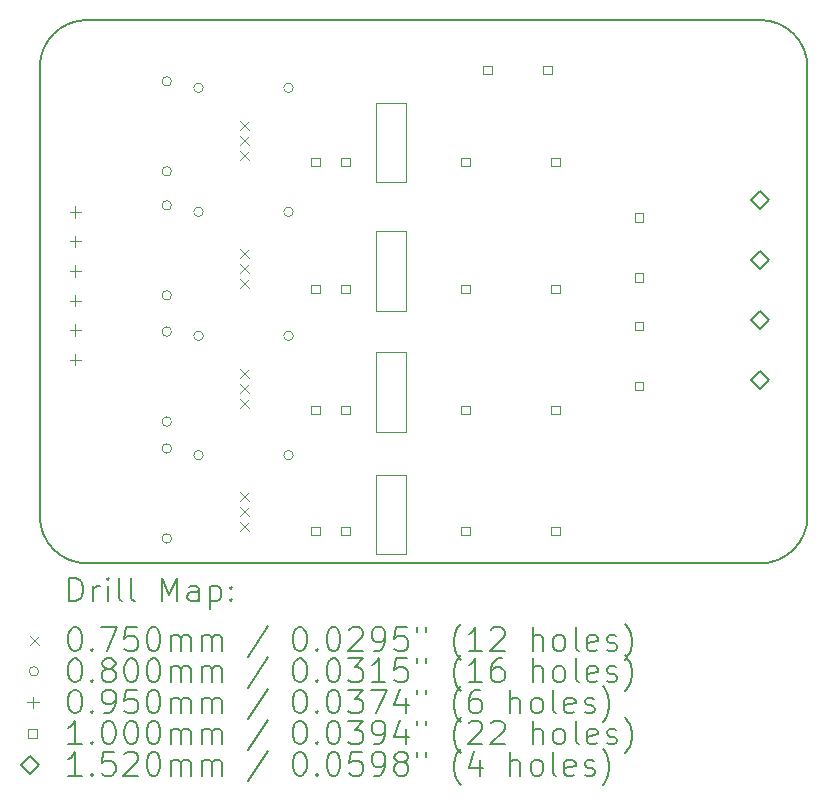
<source format=gbr>
%TF.GenerationSoftware,KiCad,Pcbnew,8.0.2-8.0.2-0~ubuntu22.04.1*%
%TF.CreationDate,2024-05-10T10:39:18-07:00*%
%TF.ProjectId,pifire-relay-module-SSR,70696669-7265-42d7-9265-6c61792d6d6f,rev?*%
%TF.SameCoordinates,Original*%
%TF.FileFunction,Drillmap*%
%TF.FilePolarity,Positive*%
%FSLAX45Y45*%
G04 Gerber Fmt 4.5, Leading zero omitted, Abs format (unit mm)*
G04 Created by KiCad (PCBNEW 8.0.2-8.0.2-0~ubuntu22.04.1) date 2024-05-10 10:39:18*
%MOMM*%
%LPD*%
G01*
G04 APERTURE LIST*
%ADD10C,0.050000*%
%ADD11C,0.200000*%
%ADD12C,0.100000*%
%ADD13C,0.152000*%
G04 APERTURE END LIST*
D10*
X5350000Y-5312500D02*
X5600000Y-5312500D01*
X5600000Y-5987500D01*
X5350000Y-5987500D01*
X5350000Y-5312500D01*
D11*
X9000000Y-2900000D02*
X9000000Y-6700000D01*
X2900000Y-2500000D02*
X8600000Y-2500000D01*
D10*
X5350000Y-3200000D02*
X5600000Y-3200000D01*
X5600000Y-3875000D01*
X5350000Y-3875000D01*
X5350000Y-3200000D01*
X5350000Y-6350000D02*
X5600000Y-6350000D01*
X5600000Y-7025000D01*
X5350000Y-7025000D01*
X5350000Y-6350000D01*
X5350000Y-4287500D02*
X5600000Y-4287500D01*
X5600000Y-4962500D01*
X5350000Y-4962500D01*
X5350000Y-4287500D01*
D11*
X8600000Y-2500000D02*
G75*
G02*
X9000000Y-2900000I0J-400000D01*
G01*
X8600000Y-7100000D02*
X2900000Y-7100000D01*
X2500000Y-2900000D02*
G75*
G02*
X2900000Y-2500000I400000J0D01*
G01*
X9000000Y-6700000D02*
G75*
G02*
X8600000Y-7100000I-400000J0D01*
G01*
X2900000Y-7100000D02*
G75*
G02*
X2500000Y-6700000I0J400000D01*
G01*
X2500000Y-6700000D02*
X2500000Y-2900000D01*
D12*
X4195750Y-3358500D02*
X4270750Y-3433500D01*
X4270750Y-3358500D02*
X4195750Y-3433500D01*
X4195750Y-3485500D02*
X4270750Y-3560500D01*
X4270750Y-3485500D02*
X4195750Y-3560500D01*
X4195750Y-3612500D02*
X4270750Y-3687500D01*
X4270750Y-3612500D02*
X4195750Y-3687500D01*
X4195750Y-4437500D02*
X4270750Y-4512500D01*
X4270750Y-4437500D02*
X4195750Y-4512500D01*
X4195750Y-4564500D02*
X4270750Y-4639500D01*
X4270750Y-4564500D02*
X4195750Y-4639500D01*
X4195750Y-4691500D02*
X4270750Y-4766500D01*
X4270750Y-4691500D02*
X4195750Y-4766500D01*
X4195750Y-5458500D02*
X4270750Y-5533500D01*
X4270750Y-5458500D02*
X4195750Y-5533500D01*
X4195750Y-5585500D02*
X4270750Y-5660500D01*
X4270750Y-5585500D02*
X4195750Y-5660500D01*
X4195750Y-5712500D02*
X4270750Y-5787500D01*
X4270750Y-5712500D02*
X4195750Y-5787500D01*
X4195750Y-6493750D02*
X4270750Y-6568750D01*
X4270750Y-6493750D02*
X4195750Y-6568750D01*
X4195750Y-6620750D02*
X4270750Y-6695750D01*
X4270750Y-6620750D02*
X4195750Y-6695750D01*
X4195750Y-6747750D02*
X4270750Y-6822750D01*
X4270750Y-6747750D02*
X4195750Y-6822750D01*
X3615000Y-3019000D02*
G75*
G02*
X3535000Y-3019000I-40000J0D01*
G01*
X3535000Y-3019000D02*
G75*
G02*
X3615000Y-3019000I40000J0D01*
G01*
X3615000Y-3781000D02*
G75*
G02*
X3535000Y-3781000I-40000J0D01*
G01*
X3535000Y-3781000D02*
G75*
G02*
X3615000Y-3781000I40000J0D01*
G01*
X3615000Y-4069000D02*
G75*
G02*
X3535000Y-4069000I-40000J0D01*
G01*
X3535000Y-4069000D02*
G75*
G02*
X3615000Y-4069000I40000J0D01*
G01*
X3615000Y-4831000D02*
G75*
G02*
X3535000Y-4831000I-40000J0D01*
G01*
X3535000Y-4831000D02*
G75*
G02*
X3615000Y-4831000I40000J0D01*
G01*
X3615000Y-5138000D02*
G75*
G02*
X3535000Y-5138000I-40000J0D01*
G01*
X3535000Y-5138000D02*
G75*
G02*
X3615000Y-5138000I40000J0D01*
G01*
X3615000Y-5900000D02*
G75*
G02*
X3535000Y-5900000I-40000J0D01*
G01*
X3535000Y-5900000D02*
G75*
G02*
X3615000Y-5900000I40000J0D01*
G01*
X3615000Y-6127250D02*
G75*
G02*
X3535000Y-6127250I-40000J0D01*
G01*
X3535000Y-6127250D02*
G75*
G02*
X3615000Y-6127250I40000J0D01*
G01*
X3615000Y-6889250D02*
G75*
G02*
X3535000Y-6889250I-40000J0D01*
G01*
X3535000Y-6889250D02*
G75*
G02*
X3615000Y-6889250I40000J0D01*
G01*
X3884000Y-3075000D02*
G75*
G02*
X3804000Y-3075000I-40000J0D01*
G01*
X3804000Y-3075000D02*
G75*
G02*
X3884000Y-3075000I40000J0D01*
G01*
X3884000Y-4125000D02*
G75*
G02*
X3804000Y-4125000I-40000J0D01*
G01*
X3804000Y-4125000D02*
G75*
G02*
X3884000Y-4125000I40000J0D01*
G01*
X3884000Y-5175000D02*
G75*
G02*
X3804000Y-5175000I-40000J0D01*
G01*
X3804000Y-5175000D02*
G75*
G02*
X3884000Y-5175000I40000J0D01*
G01*
X3884000Y-6183250D02*
G75*
G02*
X3804000Y-6183250I-40000J0D01*
G01*
X3804000Y-6183250D02*
G75*
G02*
X3884000Y-6183250I40000J0D01*
G01*
X4646000Y-3075000D02*
G75*
G02*
X4566000Y-3075000I-40000J0D01*
G01*
X4566000Y-3075000D02*
G75*
G02*
X4646000Y-3075000I40000J0D01*
G01*
X4646000Y-4125000D02*
G75*
G02*
X4566000Y-4125000I-40000J0D01*
G01*
X4566000Y-4125000D02*
G75*
G02*
X4646000Y-4125000I40000J0D01*
G01*
X4646000Y-5175000D02*
G75*
G02*
X4566000Y-5175000I-40000J0D01*
G01*
X4566000Y-5175000D02*
G75*
G02*
X4646000Y-5175000I40000J0D01*
G01*
X4646000Y-6183250D02*
G75*
G02*
X4566000Y-6183250I-40000J0D01*
G01*
X4566000Y-6183250D02*
G75*
G02*
X4646000Y-6183250I40000J0D01*
G01*
X2800000Y-4077500D02*
X2800000Y-4172500D01*
X2752500Y-4125000D02*
X2847500Y-4125000D01*
X2800000Y-4327500D02*
X2800000Y-4422500D01*
X2752500Y-4375000D02*
X2847500Y-4375000D01*
X2800000Y-4577500D02*
X2800000Y-4672500D01*
X2752500Y-4625000D02*
X2847500Y-4625000D01*
X2800000Y-4827500D02*
X2800000Y-4922500D01*
X2752500Y-4875000D02*
X2847500Y-4875000D01*
X2800000Y-5077500D02*
X2800000Y-5172500D01*
X2752500Y-5125000D02*
X2847500Y-5125000D01*
X2800000Y-5327500D02*
X2800000Y-5422500D01*
X2752500Y-5375000D02*
X2847500Y-5375000D01*
X4869356Y-3735356D02*
X4869356Y-3664644D01*
X4798644Y-3664644D01*
X4798644Y-3735356D01*
X4869356Y-3735356D01*
X4869356Y-4810356D02*
X4869356Y-4739644D01*
X4798644Y-4739644D01*
X4798644Y-4810356D01*
X4869356Y-4810356D01*
X4869356Y-5835356D02*
X4869356Y-5764644D01*
X4798644Y-5764644D01*
X4798644Y-5835356D01*
X4869356Y-5835356D01*
X4869356Y-6860356D02*
X4869356Y-6789644D01*
X4798644Y-6789644D01*
X4798644Y-6860356D01*
X4869356Y-6860356D01*
X5123356Y-3735356D02*
X5123356Y-3664644D01*
X5052644Y-3664644D01*
X5052644Y-3735356D01*
X5123356Y-3735356D01*
X5123356Y-4810356D02*
X5123356Y-4739644D01*
X5052644Y-4739644D01*
X5052644Y-4810356D01*
X5123356Y-4810356D01*
X5123356Y-5835356D02*
X5123356Y-5764644D01*
X5052644Y-5764644D01*
X5052644Y-5835356D01*
X5123356Y-5835356D01*
X5123356Y-6860356D02*
X5123356Y-6789644D01*
X5052644Y-6789644D01*
X5052644Y-6860356D01*
X5123356Y-6860356D01*
X6139356Y-3735356D02*
X6139356Y-3664644D01*
X6068644Y-3664644D01*
X6068644Y-3735356D01*
X6139356Y-3735356D01*
X6139356Y-4810356D02*
X6139356Y-4739644D01*
X6068644Y-4739644D01*
X6068644Y-4810356D01*
X6139356Y-4810356D01*
X6139356Y-5835356D02*
X6139356Y-5764644D01*
X6068644Y-5764644D01*
X6068644Y-5835356D01*
X6139356Y-5835356D01*
X6139356Y-6860356D02*
X6139356Y-6789644D01*
X6068644Y-6789644D01*
X6068644Y-6860356D01*
X6139356Y-6860356D01*
X6327356Y-2959356D02*
X6327356Y-2888644D01*
X6256644Y-2888644D01*
X6256644Y-2959356D01*
X6327356Y-2959356D01*
X6835356Y-2960356D02*
X6835356Y-2889644D01*
X6764644Y-2889644D01*
X6764644Y-2960356D01*
X6835356Y-2960356D01*
X6901356Y-3735356D02*
X6901356Y-3664644D01*
X6830644Y-3664644D01*
X6830644Y-3735356D01*
X6901356Y-3735356D01*
X6901356Y-4810356D02*
X6901356Y-4739644D01*
X6830644Y-4739644D01*
X6830644Y-4810356D01*
X6901356Y-4810356D01*
X6901356Y-5835356D02*
X6901356Y-5764644D01*
X6830644Y-5764644D01*
X6830644Y-5835356D01*
X6901356Y-5835356D01*
X6901356Y-6860356D02*
X6901356Y-6789644D01*
X6830644Y-6789644D01*
X6830644Y-6860356D01*
X6901356Y-6860356D01*
X7610356Y-4714356D02*
X7610356Y-4643644D01*
X7539644Y-4643644D01*
X7539644Y-4714356D01*
X7610356Y-4714356D01*
X7610356Y-5635356D02*
X7610356Y-5564644D01*
X7539644Y-5564644D01*
X7539644Y-5635356D01*
X7610356Y-5635356D01*
X7611356Y-4206356D02*
X7611356Y-4135644D01*
X7540644Y-4135644D01*
X7540644Y-4206356D01*
X7611356Y-4206356D01*
X7611356Y-5127356D02*
X7611356Y-5056644D01*
X7540644Y-5056644D01*
X7540644Y-5127356D01*
X7611356Y-5127356D01*
D13*
X8600000Y-4102000D02*
X8676000Y-4026000D01*
X8600000Y-3950000D01*
X8524000Y-4026000D01*
X8600000Y-4102000D01*
X8600000Y-4610000D02*
X8676000Y-4534000D01*
X8600000Y-4458000D01*
X8524000Y-4534000D01*
X8600000Y-4610000D01*
X8600000Y-5118000D02*
X8676000Y-5042000D01*
X8600000Y-4966000D01*
X8524000Y-5042000D01*
X8600000Y-5118000D01*
X8600000Y-5626000D02*
X8676000Y-5550000D01*
X8600000Y-5474000D01*
X8524000Y-5550000D01*
X8600000Y-5626000D01*
D11*
X2750777Y-7421484D02*
X2750777Y-7221484D01*
X2750777Y-7221484D02*
X2798396Y-7221484D01*
X2798396Y-7221484D02*
X2826967Y-7231008D01*
X2826967Y-7231008D02*
X2846015Y-7250055D01*
X2846015Y-7250055D02*
X2855539Y-7269103D01*
X2855539Y-7269103D02*
X2865062Y-7307198D01*
X2865062Y-7307198D02*
X2865062Y-7335769D01*
X2865062Y-7335769D02*
X2855539Y-7373865D01*
X2855539Y-7373865D02*
X2846015Y-7392912D01*
X2846015Y-7392912D02*
X2826967Y-7411960D01*
X2826967Y-7411960D02*
X2798396Y-7421484D01*
X2798396Y-7421484D02*
X2750777Y-7421484D01*
X2950777Y-7421484D02*
X2950777Y-7288150D01*
X2950777Y-7326246D02*
X2960301Y-7307198D01*
X2960301Y-7307198D02*
X2969824Y-7297674D01*
X2969824Y-7297674D02*
X2988872Y-7288150D01*
X2988872Y-7288150D02*
X3007920Y-7288150D01*
X3074586Y-7421484D02*
X3074586Y-7288150D01*
X3074586Y-7221484D02*
X3065062Y-7231008D01*
X3065062Y-7231008D02*
X3074586Y-7240531D01*
X3074586Y-7240531D02*
X3084110Y-7231008D01*
X3084110Y-7231008D02*
X3074586Y-7221484D01*
X3074586Y-7221484D02*
X3074586Y-7240531D01*
X3198396Y-7421484D02*
X3179348Y-7411960D01*
X3179348Y-7411960D02*
X3169824Y-7392912D01*
X3169824Y-7392912D02*
X3169824Y-7221484D01*
X3303158Y-7421484D02*
X3284110Y-7411960D01*
X3284110Y-7411960D02*
X3274586Y-7392912D01*
X3274586Y-7392912D02*
X3274586Y-7221484D01*
X3531729Y-7421484D02*
X3531729Y-7221484D01*
X3531729Y-7221484D02*
X3598396Y-7364341D01*
X3598396Y-7364341D02*
X3665062Y-7221484D01*
X3665062Y-7221484D02*
X3665062Y-7421484D01*
X3846015Y-7421484D02*
X3846015Y-7316722D01*
X3846015Y-7316722D02*
X3836491Y-7297674D01*
X3836491Y-7297674D02*
X3817443Y-7288150D01*
X3817443Y-7288150D02*
X3779348Y-7288150D01*
X3779348Y-7288150D02*
X3760301Y-7297674D01*
X3846015Y-7411960D02*
X3826967Y-7421484D01*
X3826967Y-7421484D02*
X3779348Y-7421484D01*
X3779348Y-7421484D02*
X3760301Y-7411960D01*
X3760301Y-7411960D02*
X3750777Y-7392912D01*
X3750777Y-7392912D02*
X3750777Y-7373865D01*
X3750777Y-7373865D02*
X3760301Y-7354817D01*
X3760301Y-7354817D02*
X3779348Y-7345293D01*
X3779348Y-7345293D02*
X3826967Y-7345293D01*
X3826967Y-7345293D02*
X3846015Y-7335769D01*
X3941253Y-7288150D02*
X3941253Y-7488150D01*
X3941253Y-7297674D02*
X3960301Y-7288150D01*
X3960301Y-7288150D02*
X3998396Y-7288150D01*
X3998396Y-7288150D02*
X4017443Y-7297674D01*
X4017443Y-7297674D02*
X4026967Y-7307198D01*
X4026967Y-7307198D02*
X4036491Y-7326246D01*
X4036491Y-7326246D02*
X4036491Y-7383388D01*
X4036491Y-7383388D02*
X4026967Y-7402436D01*
X4026967Y-7402436D02*
X4017443Y-7411960D01*
X4017443Y-7411960D02*
X3998396Y-7421484D01*
X3998396Y-7421484D02*
X3960301Y-7421484D01*
X3960301Y-7421484D02*
X3941253Y-7411960D01*
X4122205Y-7402436D02*
X4131729Y-7411960D01*
X4131729Y-7411960D02*
X4122205Y-7421484D01*
X4122205Y-7421484D02*
X4112682Y-7411960D01*
X4112682Y-7411960D02*
X4122205Y-7402436D01*
X4122205Y-7402436D02*
X4122205Y-7421484D01*
X4122205Y-7297674D02*
X4131729Y-7307198D01*
X4131729Y-7307198D02*
X4122205Y-7316722D01*
X4122205Y-7316722D02*
X4112682Y-7307198D01*
X4112682Y-7307198D02*
X4122205Y-7297674D01*
X4122205Y-7297674D02*
X4122205Y-7316722D01*
D12*
X2415000Y-7712500D02*
X2490000Y-7787500D01*
X2490000Y-7712500D02*
X2415000Y-7787500D01*
D11*
X2788872Y-7641484D02*
X2807920Y-7641484D01*
X2807920Y-7641484D02*
X2826967Y-7651008D01*
X2826967Y-7651008D02*
X2836491Y-7660531D01*
X2836491Y-7660531D02*
X2846015Y-7679579D01*
X2846015Y-7679579D02*
X2855539Y-7717674D01*
X2855539Y-7717674D02*
X2855539Y-7765293D01*
X2855539Y-7765293D02*
X2846015Y-7803388D01*
X2846015Y-7803388D02*
X2836491Y-7822436D01*
X2836491Y-7822436D02*
X2826967Y-7831960D01*
X2826967Y-7831960D02*
X2807920Y-7841484D01*
X2807920Y-7841484D02*
X2788872Y-7841484D01*
X2788872Y-7841484D02*
X2769824Y-7831960D01*
X2769824Y-7831960D02*
X2760301Y-7822436D01*
X2760301Y-7822436D02*
X2750777Y-7803388D01*
X2750777Y-7803388D02*
X2741253Y-7765293D01*
X2741253Y-7765293D02*
X2741253Y-7717674D01*
X2741253Y-7717674D02*
X2750777Y-7679579D01*
X2750777Y-7679579D02*
X2760301Y-7660531D01*
X2760301Y-7660531D02*
X2769824Y-7651008D01*
X2769824Y-7651008D02*
X2788872Y-7641484D01*
X2941253Y-7822436D02*
X2950777Y-7831960D01*
X2950777Y-7831960D02*
X2941253Y-7841484D01*
X2941253Y-7841484D02*
X2931729Y-7831960D01*
X2931729Y-7831960D02*
X2941253Y-7822436D01*
X2941253Y-7822436D02*
X2941253Y-7841484D01*
X3017443Y-7641484D02*
X3150777Y-7641484D01*
X3150777Y-7641484D02*
X3065062Y-7841484D01*
X3322205Y-7641484D02*
X3226967Y-7641484D01*
X3226967Y-7641484D02*
X3217443Y-7736722D01*
X3217443Y-7736722D02*
X3226967Y-7727198D01*
X3226967Y-7727198D02*
X3246015Y-7717674D01*
X3246015Y-7717674D02*
X3293634Y-7717674D01*
X3293634Y-7717674D02*
X3312682Y-7727198D01*
X3312682Y-7727198D02*
X3322205Y-7736722D01*
X3322205Y-7736722D02*
X3331729Y-7755769D01*
X3331729Y-7755769D02*
X3331729Y-7803388D01*
X3331729Y-7803388D02*
X3322205Y-7822436D01*
X3322205Y-7822436D02*
X3312682Y-7831960D01*
X3312682Y-7831960D02*
X3293634Y-7841484D01*
X3293634Y-7841484D02*
X3246015Y-7841484D01*
X3246015Y-7841484D02*
X3226967Y-7831960D01*
X3226967Y-7831960D02*
X3217443Y-7822436D01*
X3455539Y-7641484D02*
X3474586Y-7641484D01*
X3474586Y-7641484D02*
X3493634Y-7651008D01*
X3493634Y-7651008D02*
X3503158Y-7660531D01*
X3503158Y-7660531D02*
X3512682Y-7679579D01*
X3512682Y-7679579D02*
X3522205Y-7717674D01*
X3522205Y-7717674D02*
X3522205Y-7765293D01*
X3522205Y-7765293D02*
X3512682Y-7803388D01*
X3512682Y-7803388D02*
X3503158Y-7822436D01*
X3503158Y-7822436D02*
X3493634Y-7831960D01*
X3493634Y-7831960D02*
X3474586Y-7841484D01*
X3474586Y-7841484D02*
X3455539Y-7841484D01*
X3455539Y-7841484D02*
X3436491Y-7831960D01*
X3436491Y-7831960D02*
X3426967Y-7822436D01*
X3426967Y-7822436D02*
X3417443Y-7803388D01*
X3417443Y-7803388D02*
X3407920Y-7765293D01*
X3407920Y-7765293D02*
X3407920Y-7717674D01*
X3407920Y-7717674D02*
X3417443Y-7679579D01*
X3417443Y-7679579D02*
X3426967Y-7660531D01*
X3426967Y-7660531D02*
X3436491Y-7651008D01*
X3436491Y-7651008D02*
X3455539Y-7641484D01*
X3607920Y-7841484D02*
X3607920Y-7708150D01*
X3607920Y-7727198D02*
X3617443Y-7717674D01*
X3617443Y-7717674D02*
X3636491Y-7708150D01*
X3636491Y-7708150D02*
X3665063Y-7708150D01*
X3665063Y-7708150D02*
X3684110Y-7717674D01*
X3684110Y-7717674D02*
X3693634Y-7736722D01*
X3693634Y-7736722D02*
X3693634Y-7841484D01*
X3693634Y-7736722D02*
X3703158Y-7717674D01*
X3703158Y-7717674D02*
X3722205Y-7708150D01*
X3722205Y-7708150D02*
X3750777Y-7708150D01*
X3750777Y-7708150D02*
X3769824Y-7717674D01*
X3769824Y-7717674D02*
X3779348Y-7736722D01*
X3779348Y-7736722D02*
X3779348Y-7841484D01*
X3874586Y-7841484D02*
X3874586Y-7708150D01*
X3874586Y-7727198D02*
X3884110Y-7717674D01*
X3884110Y-7717674D02*
X3903158Y-7708150D01*
X3903158Y-7708150D02*
X3931729Y-7708150D01*
X3931729Y-7708150D02*
X3950777Y-7717674D01*
X3950777Y-7717674D02*
X3960301Y-7736722D01*
X3960301Y-7736722D02*
X3960301Y-7841484D01*
X3960301Y-7736722D02*
X3969824Y-7717674D01*
X3969824Y-7717674D02*
X3988872Y-7708150D01*
X3988872Y-7708150D02*
X4017443Y-7708150D01*
X4017443Y-7708150D02*
X4036491Y-7717674D01*
X4036491Y-7717674D02*
X4046015Y-7736722D01*
X4046015Y-7736722D02*
X4046015Y-7841484D01*
X4436491Y-7631960D02*
X4265063Y-7889103D01*
X4693634Y-7641484D02*
X4712682Y-7641484D01*
X4712682Y-7641484D02*
X4731729Y-7651008D01*
X4731729Y-7651008D02*
X4741253Y-7660531D01*
X4741253Y-7660531D02*
X4750777Y-7679579D01*
X4750777Y-7679579D02*
X4760301Y-7717674D01*
X4760301Y-7717674D02*
X4760301Y-7765293D01*
X4760301Y-7765293D02*
X4750777Y-7803388D01*
X4750777Y-7803388D02*
X4741253Y-7822436D01*
X4741253Y-7822436D02*
X4731729Y-7831960D01*
X4731729Y-7831960D02*
X4712682Y-7841484D01*
X4712682Y-7841484D02*
X4693634Y-7841484D01*
X4693634Y-7841484D02*
X4674587Y-7831960D01*
X4674587Y-7831960D02*
X4665063Y-7822436D01*
X4665063Y-7822436D02*
X4655539Y-7803388D01*
X4655539Y-7803388D02*
X4646015Y-7765293D01*
X4646015Y-7765293D02*
X4646015Y-7717674D01*
X4646015Y-7717674D02*
X4655539Y-7679579D01*
X4655539Y-7679579D02*
X4665063Y-7660531D01*
X4665063Y-7660531D02*
X4674587Y-7651008D01*
X4674587Y-7651008D02*
X4693634Y-7641484D01*
X4846015Y-7822436D02*
X4855539Y-7831960D01*
X4855539Y-7831960D02*
X4846015Y-7841484D01*
X4846015Y-7841484D02*
X4836491Y-7831960D01*
X4836491Y-7831960D02*
X4846015Y-7822436D01*
X4846015Y-7822436D02*
X4846015Y-7841484D01*
X4979348Y-7641484D02*
X4998396Y-7641484D01*
X4998396Y-7641484D02*
X5017444Y-7651008D01*
X5017444Y-7651008D02*
X5026968Y-7660531D01*
X5026968Y-7660531D02*
X5036491Y-7679579D01*
X5036491Y-7679579D02*
X5046015Y-7717674D01*
X5046015Y-7717674D02*
X5046015Y-7765293D01*
X5046015Y-7765293D02*
X5036491Y-7803388D01*
X5036491Y-7803388D02*
X5026968Y-7822436D01*
X5026968Y-7822436D02*
X5017444Y-7831960D01*
X5017444Y-7831960D02*
X4998396Y-7841484D01*
X4998396Y-7841484D02*
X4979348Y-7841484D01*
X4979348Y-7841484D02*
X4960301Y-7831960D01*
X4960301Y-7831960D02*
X4950777Y-7822436D01*
X4950777Y-7822436D02*
X4941253Y-7803388D01*
X4941253Y-7803388D02*
X4931729Y-7765293D01*
X4931729Y-7765293D02*
X4931729Y-7717674D01*
X4931729Y-7717674D02*
X4941253Y-7679579D01*
X4941253Y-7679579D02*
X4950777Y-7660531D01*
X4950777Y-7660531D02*
X4960301Y-7651008D01*
X4960301Y-7651008D02*
X4979348Y-7641484D01*
X5122206Y-7660531D02*
X5131729Y-7651008D01*
X5131729Y-7651008D02*
X5150777Y-7641484D01*
X5150777Y-7641484D02*
X5198396Y-7641484D01*
X5198396Y-7641484D02*
X5217444Y-7651008D01*
X5217444Y-7651008D02*
X5226968Y-7660531D01*
X5226968Y-7660531D02*
X5236491Y-7679579D01*
X5236491Y-7679579D02*
X5236491Y-7698627D01*
X5236491Y-7698627D02*
X5226968Y-7727198D01*
X5226968Y-7727198D02*
X5112682Y-7841484D01*
X5112682Y-7841484D02*
X5236491Y-7841484D01*
X5331729Y-7841484D02*
X5369825Y-7841484D01*
X5369825Y-7841484D02*
X5388872Y-7831960D01*
X5388872Y-7831960D02*
X5398396Y-7822436D01*
X5398396Y-7822436D02*
X5417444Y-7793865D01*
X5417444Y-7793865D02*
X5426968Y-7755769D01*
X5426968Y-7755769D02*
X5426968Y-7679579D01*
X5426968Y-7679579D02*
X5417444Y-7660531D01*
X5417444Y-7660531D02*
X5407920Y-7651008D01*
X5407920Y-7651008D02*
X5388872Y-7641484D01*
X5388872Y-7641484D02*
X5350777Y-7641484D01*
X5350777Y-7641484D02*
X5331729Y-7651008D01*
X5331729Y-7651008D02*
X5322206Y-7660531D01*
X5322206Y-7660531D02*
X5312682Y-7679579D01*
X5312682Y-7679579D02*
X5312682Y-7727198D01*
X5312682Y-7727198D02*
X5322206Y-7746246D01*
X5322206Y-7746246D02*
X5331729Y-7755769D01*
X5331729Y-7755769D02*
X5350777Y-7765293D01*
X5350777Y-7765293D02*
X5388872Y-7765293D01*
X5388872Y-7765293D02*
X5407920Y-7755769D01*
X5407920Y-7755769D02*
X5417444Y-7746246D01*
X5417444Y-7746246D02*
X5426968Y-7727198D01*
X5607920Y-7641484D02*
X5512682Y-7641484D01*
X5512682Y-7641484D02*
X5503158Y-7736722D01*
X5503158Y-7736722D02*
X5512682Y-7727198D01*
X5512682Y-7727198D02*
X5531729Y-7717674D01*
X5531729Y-7717674D02*
X5579349Y-7717674D01*
X5579349Y-7717674D02*
X5598396Y-7727198D01*
X5598396Y-7727198D02*
X5607920Y-7736722D01*
X5607920Y-7736722D02*
X5617444Y-7755769D01*
X5617444Y-7755769D02*
X5617444Y-7803388D01*
X5617444Y-7803388D02*
X5607920Y-7822436D01*
X5607920Y-7822436D02*
X5598396Y-7831960D01*
X5598396Y-7831960D02*
X5579349Y-7841484D01*
X5579349Y-7841484D02*
X5531729Y-7841484D01*
X5531729Y-7841484D02*
X5512682Y-7831960D01*
X5512682Y-7831960D02*
X5503158Y-7822436D01*
X5693634Y-7641484D02*
X5693634Y-7679579D01*
X5769825Y-7641484D02*
X5769825Y-7679579D01*
X6065063Y-7917674D02*
X6055539Y-7908150D01*
X6055539Y-7908150D02*
X6036491Y-7879579D01*
X6036491Y-7879579D02*
X6026968Y-7860531D01*
X6026968Y-7860531D02*
X6017444Y-7831960D01*
X6017444Y-7831960D02*
X6007920Y-7784341D01*
X6007920Y-7784341D02*
X6007920Y-7746246D01*
X6007920Y-7746246D02*
X6017444Y-7698627D01*
X6017444Y-7698627D02*
X6026968Y-7670055D01*
X6026968Y-7670055D02*
X6036491Y-7651008D01*
X6036491Y-7651008D02*
X6055539Y-7622436D01*
X6055539Y-7622436D02*
X6065063Y-7612912D01*
X6246015Y-7841484D02*
X6131729Y-7841484D01*
X6188872Y-7841484D02*
X6188872Y-7641484D01*
X6188872Y-7641484D02*
X6169825Y-7670055D01*
X6169825Y-7670055D02*
X6150777Y-7689103D01*
X6150777Y-7689103D02*
X6131729Y-7698627D01*
X6322206Y-7660531D02*
X6331729Y-7651008D01*
X6331729Y-7651008D02*
X6350777Y-7641484D01*
X6350777Y-7641484D02*
X6398396Y-7641484D01*
X6398396Y-7641484D02*
X6417444Y-7651008D01*
X6417444Y-7651008D02*
X6426968Y-7660531D01*
X6426968Y-7660531D02*
X6436491Y-7679579D01*
X6436491Y-7679579D02*
X6436491Y-7698627D01*
X6436491Y-7698627D02*
X6426968Y-7727198D01*
X6426968Y-7727198D02*
X6312682Y-7841484D01*
X6312682Y-7841484D02*
X6436491Y-7841484D01*
X6674587Y-7841484D02*
X6674587Y-7641484D01*
X6760301Y-7841484D02*
X6760301Y-7736722D01*
X6760301Y-7736722D02*
X6750777Y-7717674D01*
X6750777Y-7717674D02*
X6731730Y-7708150D01*
X6731730Y-7708150D02*
X6703158Y-7708150D01*
X6703158Y-7708150D02*
X6684110Y-7717674D01*
X6684110Y-7717674D02*
X6674587Y-7727198D01*
X6884110Y-7841484D02*
X6865063Y-7831960D01*
X6865063Y-7831960D02*
X6855539Y-7822436D01*
X6855539Y-7822436D02*
X6846015Y-7803388D01*
X6846015Y-7803388D02*
X6846015Y-7746246D01*
X6846015Y-7746246D02*
X6855539Y-7727198D01*
X6855539Y-7727198D02*
X6865063Y-7717674D01*
X6865063Y-7717674D02*
X6884110Y-7708150D01*
X6884110Y-7708150D02*
X6912682Y-7708150D01*
X6912682Y-7708150D02*
X6931730Y-7717674D01*
X6931730Y-7717674D02*
X6941253Y-7727198D01*
X6941253Y-7727198D02*
X6950777Y-7746246D01*
X6950777Y-7746246D02*
X6950777Y-7803388D01*
X6950777Y-7803388D02*
X6941253Y-7822436D01*
X6941253Y-7822436D02*
X6931730Y-7831960D01*
X6931730Y-7831960D02*
X6912682Y-7841484D01*
X6912682Y-7841484D02*
X6884110Y-7841484D01*
X7065063Y-7841484D02*
X7046015Y-7831960D01*
X7046015Y-7831960D02*
X7036491Y-7812912D01*
X7036491Y-7812912D02*
X7036491Y-7641484D01*
X7217444Y-7831960D02*
X7198396Y-7841484D01*
X7198396Y-7841484D02*
X7160301Y-7841484D01*
X7160301Y-7841484D02*
X7141253Y-7831960D01*
X7141253Y-7831960D02*
X7131730Y-7812912D01*
X7131730Y-7812912D02*
X7131730Y-7736722D01*
X7131730Y-7736722D02*
X7141253Y-7717674D01*
X7141253Y-7717674D02*
X7160301Y-7708150D01*
X7160301Y-7708150D02*
X7198396Y-7708150D01*
X7198396Y-7708150D02*
X7217444Y-7717674D01*
X7217444Y-7717674D02*
X7226968Y-7736722D01*
X7226968Y-7736722D02*
X7226968Y-7755769D01*
X7226968Y-7755769D02*
X7131730Y-7774817D01*
X7303158Y-7831960D02*
X7322206Y-7841484D01*
X7322206Y-7841484D02*
X7360301Y-7841484D01*
X7360301Y-7841484D02*
X7379349Y-7831960D01*
X7379349Y-7831960D02*
X7388872Y-7812912D01*
X7388872Y-7812912D02*
X7388872Y-7803388D01*
X7388872Y-7803388D02*
X7379349Y-7784341D01*
X7379349Y-7784341D02*
X7360301Y-7774817D01*
X7360301Y-7774817D02*
X7331730Y-7774817D01*
X7331730Y-7774817D02*
X7312682Y-7765293D01*
X7312682Y-7765293D02*
X7303158Y-7746246D01*
X7303158Y-7746246D02*
X7303158Y-7736722D01*
X7303158Y-7736722D02*
X7312682Y-7717674D01*
X7312682Y-7717674D02*
X7331730Y-7708150D01*
X7331730Y-7708150D02*
X7360301Y-7708150D01*
X7360301Y-7708150D02*
X7379349Y-7717674D01*
X7455539Y-7917674D02*
X7465063Y-7908150D01*
X7465063Y-7908150D02*
X7484111Y-7879579D01*
X7484111Y-7879579D02*
X7493634Y-7860531D01*
X7493634Y-7860531D02*
X7503158Y-7831960D01*
X7503158Y-7831960D02*
X7512682Y-7784341D01*
X7512682Y-7784341D02*
X7512682Y-7746246D01*
X7512682Y-7746246D02*
X7503158Y-7698627D01*
X7503158Y-7698627D02*
X7493634Y-7670055D01*
X7493634Y-7670055D02*
X7484111Y-7651008D01*
X7484111Y-7651008D02*
X7465063Y-7622436D01*
X7465063Y-7622436D02*
X7455539Y-7612912D01*
D12*
X2490000Y-8014000D02*
G75*
G02*
X2410000Y-8014000I-40000J0D01*
G01*
X2410000Y-8014000D02*
G75*
G02*
X2490000Y-8014000I40000J0D01*
G01*
D11*
X2788872Y-7905484D02*
X2807920Y-7905484D01*
X2807920Y-7905484D02*
X2826967Y-7915008D01*
X2826967Y-7915008D02*
X2836491Y-7924531D01*
X2836491Y-7924531D02*
X2846015Y-7943579D01*
X2846015Y-7943579D02*
X2855539Y-7981674D01*
X2855539Y-7981674D02*
X2855539Y-8029293D01*
X2855539Y-8029293D02*
X2846015Y-8067388D01*
X2846015Y-8067388D02*
X2836491Y-8086436D01*
X2836491Y-8086436D02*
X2826967Y-8095960D01*
X2826967Y-8095960D02*
X2807920Y-8105484D01*
X2807920Y-8105484D02*
X2788872Y-8105484D01*
X2788872Y-8105484D02*
X2769824Y-8095960D01*
X2769824Y-8095960D02*
X2760301Y-8086436D01*
X2760301Y-8086436D02*
X2750777Y-8067388D01*
X2750777Y-8067388D02*
X2741253Y-8029293D01*
X2741253Y-8029293D02*
X2741253Y-7981674D01*
X2741253Y-7981674D02*
X2750777Y-7943579D01*
X2750777Y-7943579D02*
X2760301Y-7924531D01*
X2760301Y-7924531D02*
X2769824Y-7915008D01*
X2769824Y-7915008D02*
X2788872Y-7905484D01*
X2941253Y-8086436D02*
X2950777Y-8095960D01*
X2950777Y-8095960D02*
X2941253Y-8105484D01*
X2941253Y-8105484D02*
X2931729Y-8095960D01*
X2931729Y-8095960D02*
X2941253Y-8086436D01*
X2941253Y-8086436D02*
X2941253Y-8105484D01*
X3065062Y-7991198D02*
X3046015Y-7981674D01*
X3046015Y-7981674D02*
X3036491Y-7972150D01*
X3036491Y-7972150D02*
X3026967Y-7953103D01*
X3026967Y-7953103D02*
X3026967Y-7943579D01*
X3026967Y-7943579D02*
X3036491Y-7924531D01*
X3036491Y-7924531D02*
X3046015Y-7915008D01*
X3046015Y-7915008D02*
X3065062Y-7905484D01*
X3065062Y-7905484D02*
X3103158Y-7905484D01*
X3103158Y-7905484D02*
X3122205Y-7915008D01*
X3122205Y-7915008D02*
X3131729Y-7924531D01*
X3131729Y-7924531D02*
X3141253Y-7943579D01*
X3141253Y-7943579D02*
X3141253Y-7953103D01*
X3141253Y-7953103D02*
X3131729Y-7972150D01*
X3131729Y-7972150D02*
X3122205Y-7981674D01*
X3122205Y-7981674D02*
X3103158Y-7991198D01*
X3103158Y-7991198D02*
X3065062Y-7991198D01*
X3065062Y-7991198D02*
X3046015Y-8000722D01*
X3046015Y-8000722D02*
X3036491Y-8010246D01*
X3036491Y-8010246D02*
X3026967Y-8029293D01*
X3026967Y-8029293D02*
X3026967Y-8067388D01*
X3026967Y-8067388D02*
X3036491Y-8086436D01*
X3036491Y-8086436D02*
X3046015Y-8095960D01*
X3046015Y-8095960D02*
X3065062Y-8105484D01*
X3065062Y-8105484D02*
X3103158Y-8105484D01*
X3103158Y-8105484D02*
X3122205Y-8095960D01*
X3122205Y-8095960D02*
X3131729Y-8086436D01*
X3131729Y-8086436D02*
X3141253Y-8067388D01*
X3141253Y-8067388D02*
X3141253Y-8029293D01*
X3141253Y-8029293D02*
X3131729Y-8010246D01*
X3131729Y-8010246D02*
X3122205Y-8000722D01*
X3122205Y-8000722D02*
X3103158Y-7991198D01*
X3265062Y-7905484D02*
X3284110Y-7905484D01*
X3284110Y-7905484D02*
X3303158Y-7915008D01*
X3303158Y-7915008D02*
X3312682Y-7924531D01*
X3312682Y-7924531D02*
X3322205Y-7943579D01*
X3322205Y-7943579D02*
X3331729Y-7981674D01*
X3331729Y-7981674D02*
X3331729Y-8029293D01*
X3331729Y-8029293D02*
X3322205Y-8067388D01*
X3322205Y-8067388D02*
X3312682Y-8086436D01*
X3312682Y-8086436D02*
X3303158Y-8095960D01*
X3303158Y-8095960D02*
X3284110Y-8105484D01*
X3284110Y-8105484D02*
X3265062Y-8105484D01*
X3265062Y-8105484D02*
X3246015Y-8095960D01*
X3246015Y-8095960D02*
X3236491Y-8086436D01*
X3236491Y-8086436D02*
X3226967Y-8067388D01*
X3226967Y-8067388D02*
X3217443Y-8029293D01*
X3217443Y-8029293D02*
X3217443Y-7981674D01*
X3217443Y-7981674D02*
X3226967Y-7943579D01*
X3226967Y-7943579D02*
X3236491Y-7924531D01*
X3236491Y-7924531D02*
X3246015Y-7915008D01*
X3246015Y-7915008D02*
X3265062Y-7905484D01*
X3455539Y-7905484D02*
X3474586Y-7905484D01*
X3474586Y-7905484D02*
X3493634Y-7915008D01*
X3493634Y-7915008D02*
X3503158Y-7924531D01*
X3503158Y-7924531D02*
X3512682Y-7943579D01*
X3512682Y-7943579D02*
X3522205Y-7981674D01*
X3522205Y-7981674D02*
X3522205Y-8029293D01*
X3522205Y-8029293D02*
X3512682Y-8067388D01*
X3512682Y-8067388D02*
X3503158Y-8086436D01*
X3503158Y-8086436D02*
X3493634Y-8095960D01*
X3493634Y-8095960D02*
X3474586Y-8105484D01*
X3474586Y-8105484D02*
X3455539Y-8105484D01*
X3455539Y-8105484D02*
X3436491Y-8095960D01*
X3436491Y-8095960D02*
X3426967Y-8086436D01*
X3426967Y-8086436D02*
X3417443Y-8067388D01*
X3417443Y-8067388D02*
X3407920Y-8029293D01*
X3407920Y-8029293D02*
X3407920Y-7981674D01*
X3407920Y-7981674D02*
X3417443Y-7943579D01*
X3417443Y-7943579D02*
X3426967Y-7924531D01*
X3426967Y-7924531D02*
X3436491Y-7915008D01*
X3436491Y-7915008D02*
X3455539Y-7905484D01*
X3607920Y-8105484D02*
X3607920Y-7972150D01*
X3607920Y-7991198D02*
X3617443Y-7981674D01*
X3617443Y-7981674D02*
X3636491Y-7972150D01*
X3636491Y-7972150D02*
X3665063Y-7972150D01*
X3665063Y-7972150D02*
X3684110Y-7981674D01*
X3684110Y-7981674D02*
X3693634Y-8000722D01*
X3693634Y-8000722D02*
X3693634Y-8105484D01*
X3693634Y-8000722D02*
X3703158Y-7981674D01*
X3703158Y-7981674D02*
X3722205Y-7972150D01*
X3722205Y-7972150D02*
X3750777Y-7972150D01*
X3750777Y-7972150D02*
X3769824Y-7981674D01*
X3769824Y-7981674D02*
X3779348Y-8000722D01*
X3779348Y-8000722D02*
X3779348Y-8105484D01*
X3874586Y-8105484D02*
X3874586Y-7972150D01*
X3874586Y-7991198D02*
X3884110Y-7981674D01*
X3884110Y-7981674D02*
X3903158Y-7972150D01*
X3903158Y-7972150D02*
X3931729Y-7972150D01*
X3931729Y-7972150D02*
X3950777Y-7981674D01*
X3950777Y-7981674D02*
X3960301Y-8000722D01*
X3960301Y-8000722D02*
X3960301Y-8105484D01*
X3960301Y-8000722D02*
X3969824Y-7981674D01*
X3969824Y-7981674D02*
X3988872Y-7972150D01*
X3988872Y-7972150D02*
X4017443Y-7972150D01*
X4017443Y-7972150D02*
X4036491Y-7981674D01*
X4036491Y-7981674D02*
X4046015Y-8000722D01*
X4046015Y-8000722D02*
X4046015Y-8105484D01*
X4436491Y-7895960D02*
X4265063Y-8153103D01*
X4693634Y-7905484D02*
X4712682Y-7905484D01*
X4712682Y-7905484D02*
X4731729Y-7915008D01*
X4731729Y-7915008D02*
X4741253Y-7924531D01*
X4741253Y-7924531D02*
X4750777Y-7943579D01*
X4750777Y-7943579D02*
X4760301Y-7981674D01*
X4760301Y-7981674D02*
X4760301Y-8029293D01*
X4760301Y-8029293D02*
X4750777Y-8067388D01*
X4750777Y-8067388D02*
X4741253Y-8086436D01*
X4741253Y-8086436D02*
X4731729Y-8095960D01*
X4731729Y-8095960D02*
X4712682Y-8105484D01*
X4712682Y-8105484D02*
X4693634Y-8105484D01*
X4693634Y-8105484D02*
X4674587Y-8095960D01*
X4674587Y-8095960D02*
X4665063Y-8086436D01*
X4665063Y-8086436D02*
X4655539Y-8067388D01*
X4655539Y-8067388D02*
X4646015Y-8029293D01*
X4646015Y-8029293D02*
X4646015Y-7981674D01*
X4646015Y-7981674D02*
X4655539Y-7943579D01*
X4655539Y-7943579D02*
X4665063Y-7924531D01*
X4665063Y-7924531D02*
X4674587Y-7915008D01*
X4674587Y-7915008D02*
X4693634Y-7905484D01*
X4846015Y-8086436D02*
X4855539Y-8095960D01*
X4855539Y-8095960D02*
X4846015Y-8105484D01*
X4846015Y-8105484D02*
X4836491Y-8095960D01*
X4836491Y-8095960D02*
X4846015Y-8086436D01*
X4846015Y-8086436D02*
X4846015Y-8105484D01*
X4979348Y-7905484D02*
X4998396Y-7905484D01*
X4998396Y-7905484D02*
X5017444Y-7915008D01*
X5017444Y-7915008D02*
X5026968Y-7924531D01*
X5026968Y-7924531D02*
X5036491Y-7943579D01*
X5036491Y-7943579D02*
X5046015Y-7981674D01*
X5046015Y-7981674D02*
X5046015Y-8029293D01*
X5046015Y-8029293D02*
X5036491Y-8067388D01*
X5036491Y-8067388D02*
X5026968Y-8086436D01*
X5026968Y-8086436D02*
X5017444Y-8095960D01*
X5017444Y-8095960D02*
X4998396Y-8105484D01*
X4998396Y-8105484D02*
X4979348Y-8105484D01*
X4979348Y-8105484D02*
X4960301Y-8095960D01*
X4960301Y-8095960D02*
X4950777Y-8086436D01*
X4950777Y-8086436D02*
X4941253Y-8067388D01*
X4941253Y-8067388D02*
X4931729Y-8029293D01*
X4931729Y-8029293D02*
X4931729Y-7981674D01*
X4931729Y-7981674D02*
X4941253Y-7943579D01*
X4941253Y-7943579D02*
X4950777Y-7924531D01*
X4950777Y-7924531D02*
X4960301Y-7915008D01*
X4960301Y-7915008D02*
X4979348Y-7905484D01*
X5112682Y-7905484D02*
X5236491Y-7905484D01*
X5236491Y-7905484D02*
X5169825Y-7981674D01*
X5169825Y-7981674D02*
X5198396Y-7981674D01*
X5198396Y-7981674D02*
X5217444Y-7991198D01*
X5217444Y-7991198D02*
X5226968Y-8000722D01*
X5226968Y-8000722D02*
X5236491Y-8019769D01*
X5236491Y-8019769D02*
X5236491Y-8067388D01*
X5236491Y-8067388D02*
X5226968Y-8086436D01*
X5226968Y-8086436D02*
X5217444Y-8095960D01*
X5217444Y-8095960D02*
X5198396Y-8105484D01*
X5198396Y-8105484D02*
X5141253Y-8105484D01*
X5141253Y-8105484D02*
X5122206Y-8095960D01*
X5122206Y-8095960D02*
X5112682Y-8086436D01*
X5426968Y-8105484D02*
X5312682Y-8105484D01*
X5369825Y-8105484D02*
X5369825Y-7905484D01*
X5369825Y-7905484D02*
X5350777Y-7934055D01*
X5350777Y-7934055D02*
X5331729Y-7953103D01*
X5331729Y-7953103D02*
X5312682Y-7962627D01*
X5607920Y-7905484D02*
X5512682Y-7905484D01*
X5512682Y-7905484D02*
X5503158Y-8000722D01*
X5503158Y-8000722D02*
X5512682Y-7991198D01*
X5512682Y-7991198D02*
X5531729Y-7981674D01*
X5531729Y-7981674D02*
X5579349Y-7981674D01*
X5579349Y-7981674D02*
X5598396Y-7991198D01*
X5598396Y-7991198D02*
X5607920Y-8000722D01*
X5607920Y-8000722D02*
X5617444Y-8019769D01*
X5617444Y-8019769D02*
X5617444Y-8067388D01*
X5617444Y-8067388D02*
X5607920Y-8086436D01*
X5607920Y-8086436D02*
X5598396Y-8095960D01*
X5598396Y-8095960D02*
X5579349Y-8105484D01*
X5579349Y-8105484D02*
X5531729Y-8105484D01*
X5531729Y-8105484D02*
X5512682Y-8095960D01*
X5512682Y-8095960D02*
X5503158Y-8086436D01*
X5693634Y-7905484D02*
X5693634Y-7943579D01*
X5769825Y-7905484D02*
X5769825Y-7943579D01*
X6065063Y-8181674D02*
X6055539Y-8172150D01*
X6055539Y-8172150D02*
X6036491Y-8143579D01*
X6036491Y-8143579D02*
X6026968Y-8124531D01*
X6026968Y-8124531D02*
X6017444Y-8095960D01*
X6017444Y-8095960D02*
X6007920Y-8048341D01*
X6007920Y-8048341D02*
X6007920Y-8010246D01*
X6007920Y-8010246D02*
X6017444Y-7962627D01*
X6017444Y-7962627D02*
X6026968Y-7934055D01*
X6026968Y-7934055D02*
X6036491Y-7915008D01*
X6036491Y-7915008D02*
X6055539Y-7886436D01*
X6055539Y-7886436D02*
X6065063Y-7876912D01*
X6246015Y-8105484D02*
X6131729Y-8105484D01*
X6188872Y-8105484D02*
X6188872Y-7905484D01*
X6188872Y-7905484D02*
X6169825Y-7934055D01*
X6169825Y-7934055D02*
X6150777Y-7953103D01*
X6150777Y-7953103D02*
X6131729Y-7962627D01*
X6417444Y-7905484D02*
X6379348Y-7905484D01*
X6379348Y-7905484D02*
X6360301Y-7915008D01*
X6360301Y-7915008D02*
X6350777Y-7924531D01*
X6350777Y-7924531D02*
X6331729Y-7953103D01*
X6331729Y-7953103D02*
X6322206Y-7991198D01*
X6322206Y-7991198D02*
X6322206Y-8067388D01*
X6322206Y-8067388D02*
X6331729Y-8086436D01*
X6331729Y-8086436D02*
X6341253Y-8095960D01*
X6341253Y-8095960D02*
X6360301Y-8105484D01*
X6360301Y-8105484D02*
X6398396Y-8105484D01*
X6398396Y-8105484D02*
X6417444Y-8095960D01*
X6417444Y-8095960D02*
X6426968Y-8086436D01*
X6426968Y-8086436D02*
X6436491Y-8067388D01*
X6436491Y-8067388D02*
X6436491Y-8019769D01*
X6436491Y-8019769D02*
X6426968Y-8000722D01*
X6426968Y-8000722D02*
X6417444Y-7991198D01*
X6417444Y-7991198D02*
X6398396Y-7981674D01*
X6398396Y-7981674D02*
X6360301Y-7981674D01*
X6360301Y-7981674D02*
X6341253Y-7991198D01*
X6341253Y-7991198D02*
X6331729Y-8000722D01*
X6331729Y-8000722D02*
X6322206Y-8019769D01*
X6674587Y-8105484D02*
X6674587Y-7905484D01*
X6760301Y-8105484D02*
X6760301Y-8000722D01*
X6760301Y-8000722D02*
X6750777Y-7981674D01*
X6750777Y-7981674D02*
X6731730Y-7972150D01*
X6731730Y-7972150D02*
X6703158Y-7972150D01*
X6703158Y-7972150D02*
X6684110Y-7981674D01*
X6684110Y-7981674D02*
X6674587Y-7991198D01*
X6884110Y-8105484D02*
X6865063Y-8095960D01*
X6865063Y-8095960D02*
X6855539Y-8086436D01*
X6855539Y-8086436D02*
X6846015Y-8067388D01*
X6846015Y-8067388D02*
X6846015Y-8010246D01*
X6846015Y-8010246D02*
X6855539Y-7991198D01*
X6855539Y-7991198D02*
X6865063Y-7981674D01*
X6865063Y-7981674D02*
X6884110Y-7972150D01*
X6884110Y-7972150D02*
X6912682Y-7972150D01*
X6912682Y-7972150D02*
X6931730Y-7981674D01*
X6931730Y-7981674D02*
X6941253Y-7991198D01*
X6941253Y-7991198D02*
X6950777Y-8010246D01*
X6950777Y-8010246D02*
X6950777Y-8067388D01*
X6950777Y-8067388D02*
X6941253Y-8086436D01*
X6941253Y-8086436D02*
X6931730Y-8095960D01*
X6931730Y-8095960D02*
X6912682Y-8105484D01*
X6912682Y-8105484D02*
X6884110Y-8105484D01*
X7065063Y-8105484D02*
X7046015Y-8095960D01*
X7046015Y-8095960D02*
X7036491Y-8076912D01*
X7036491Y-8076912D02*
X7036491Y-7905484D01*
X7217444Y-8095960D02*
X7198396Y-8105484D01*
X7198396Y-8105484D02*
X7160301Y-8105484D01*
X7160301Y-8105484D02*
X7141253Y-8095960D01*
X7141253Y-8095960D02*
X7131730Y-8076912D01*
X7131730Y-8076912D02*
X7131730Y-8000722D01*
X7131730Y-8000722D02*
X7141253Y-7981674D01*
X7141253Y-7981674D02*
X7160301Y-7972150D01*
X7160301Y-7972150D02*
X7198396Y-7972150D01*
X7198396Y-7972150D02*
X7217444Y-7981674D01*
X7217444Y-7981674D02*
X7226968Y-8000722D01*
X7226968Y-8000722D02*
X7226968Y-8019769D01*
X7226968Y-8019769D02*
X7131730Y-8038817D01*
X7303158Y-8095960D02*
X7322206Y-8105484D01*
X7322206Y-8105484D02*
X7360301Y-8105484D01*
X7360301Y-8105484D02*
X7379349Y-8095960D01*
X7379349Y-8095960D02*
X7388872Y-8076912D01*
X7388872Y-8076912D02*
X7388872Y-8067388D01*
X7388872Y-8067388D02*
X7379349Y-8048341D01*
X7379349Y-8048341D02*
X7360301Y-8038817D01*
X7360301Y-8038817D02*
X7331730Y-8038817D01*
X7331730Y-8038817D02*
X7312682Y-8029293D01*
X7312682Y-8029293D02*
X7303158Y-8010246D01*
X7303158Y-8010246D02*
X7303158Y-8000722D01*
X7303158Y-8000722D02*
X7312682Y-7981674D01*
X7312682Y-7981674D02*
X7331730Y-7972150D01*
X7331730Y-7972150D02*
X7360301Y-7972150D01*
X7360301Y-7972150D02*
X7379349Y-7981674D01*
X7455539Y-8181674D02*
X7465063Y-8172150D01*
X7465063Y-8172150D02*
X7484111Y-8143579D01*
X7484111Y-8143579D02*
X7493634Y-8124531D01*
X7493634Y-8124531D02*
X7503158Y-8095960D01*
X7503158Y-8095960D02*
X7512682Y-8048341D01*
X7512682Y-8048341D02*
X7512682Y-8010246D01*
X7512682Y-8010246D02*
X7503158Y-7962627D01*
X7503158Y-7962627D02*
X7493634Y-7934055D01*
X7493634Y-7934055D02*
X7484111Y-7915008D01*
X7484111Y-7915008D02*
X7465063Y-7886436D01*
X7465063Y-7886436D02*
X7455539Y-7876912D01*
D12*
X2442500Y-8230500D02*
X2442500Y-8325500D01*
X2395000Y-8278000D02*
X2490000Y-8278000D01*
D11*
X2788872Y-8169484D02*
X2807920Y-8169484D01*
X2807920Y-8169484D02*
X2826967Y-8179008D01*
X2826967Y-8179008D02*
X2836491Y-8188531D01*
X2836491Y-8188531D02*
X2846015Y-8207579D01*
X2846015Y-8207579D02*
X2855539Y-8245674D01*
X2855539Y-8245674D02*
X2855539Y-8293293D01*
X2855539Y-8293293D02*
X2846015Y-8331388D01*
X2846015Y-8331388D02*
X2836491Y-8350436D01*
X2836491Y-8350436D02*
X2826967Y-8359960D01*
X2826967Y-8359960D02*
X2807920Y-8369484D01*
X2807920Y-8369484D02*
X2788872Y-8369484D01*
X2788872Y-8369484D02*
X2769824Y-8359960D01*
X2769824Y-8359960D02*
X2760301Y-8350436D01*
X2760301Y-8350436D02*
X2750777Y-8331388D01*
X2750777Y-8331388D02*
X2741253Y-8293293D01*
X2741253Y-8293293D02*
X2741253Y-8245674D01*
X2741253Y-8245674D02*
X2750777Y-8207579D01*
X2750777Y-8207579D02*
X2760301Y-8188531D01*
X2760301Y-8188531D02*
X2769824Y-8179008D01*
X2769824Y-8179008D02*
X2788872Y-8169484D01*
X2941253Y-8350436D02*
X2950777Y-8359960D01*
X2950777Y-8359960D02*
X2941253Y-8369484D01*
X2941253Y-8369484D02*
X2931729Y-8359960D01*
X2931729Y-8359960D02*
X2941253Y-8350436D01*
X2941253Y-8350436D02*
X2941253Y-8369484D01*
X3046015Y-8369484D02*
X3084110Y-8369484D01*
X3084110Y-8369484D02*
X3103158Y-8359960D01*
X3103158Y-8359960D02*
X3112682Y-8350436D01*
X3112682Y-8350436D02*
X3131729Y-8321865D01*
X3131729Y-8321865D02*
X3141253Y-8283769D01*
X3141253Y-8283769D02*
X3141253Y-8207579D01*
X3141253Y-8207579D02*
X3131729Y-8188531D01*
X3131729Y-8188531D02*
X3122205Y-8179008D01*
X3122205Y-8179008D02*
X3103158Y-8169484D01*
X3103158Y-8169484D02*
X3065062Y-8169484D01*
X3065062Y-8169484D02*
X3046015Y-8179008D01*
X3046015Y-8179008D02*
X3036491Y-8188531D01*
X3036491Y-8188531D02*
X3026967Y-8207579D01*
X3026967Y-8207579D02*
X3026967Y-8255198D01*
X3026967Y-8255198D02*
X3036491Y-8274246D01*
X3036491Y-8274246D02*
X3046015Y-8283769D01*
X3046015Y-8283769D02*
X3065062Y-8293293D01*
X3065062Y-8293293D02*
X3103158Y-8293293D01*
X3103158Y-8293293D02*
X3122205Y-8283769D01*
X3122205Y-8283769D02*
X3131729Y-8274246D01*
X3131729Y-8274246D02*
X3141253Y-8255198D01*
X3322205Y-8169484D02*
X3226967Y-8169484D01*
X3226967Y-8169484D02*
X3217443Y-8264722D01*
X3217443Y-8264722D02*
X3226967Y-8255198D01*
X3226967Y-8255198D02*
X3246015Y-8245674D01*
X3246015Y-8245674D02*
X3293634Y-8245674D01*
X3293634Y-8245674D02*
X3312682Y-8255198D01*
X3312682Y-8255198D02*
X3322205Y-8264722D01*
X3322205Y-8264722D02*
X3331729Y-8283769D01*
X3331729Y-8283769D02*
X3331729Y-8331388D01*
X3331729Y-8331388D02*
X3322205Y-8350436D01*
X3322205Y-8350436D02*
X3312682Y-8359960D01*
X3312682Y-8359960D02*
X3293634Y-8369484D01*
X3293634Y-8369484D02*
X3246015Y-8369484D01*
X3246015Y-8369484D02*
X3226967Y-8359960D01*
X3226967Y-8359960D02*
X3217443Y-8350436D01*
X3455539Y-8169484D02*
X3474586Y-8169484D01*
X3474586Y-8169484D02*
X3493634Y-8179008D01*
X3493634Y-8179008D02*
X3503158Y-8188531D01*
X3503158Y-8188531D02*
X3512682Y-8207579D01*
X3512682Y-8207579D02*
X3522205Y-8245674D01*
X3522205Y-8245674D02*
X3522205Y-8293293D01*
X3522205Y-8293293D02*
X3512682Y-8331388D01*
X3512682Y-8331388D02*
X3503158Y-8350436D01*
X3503158Y-8350436D02*
X3493634Y-8359960D01*
X3493634Y-8359960D02*
X3474586Y-8369484D01*
X3474586Y-8369484D02*
X3455539Y-8369484D01*
X3455539Y-8369484D02*
X3436491Y-8359960D01*
X3436491Y-8359960D02*
X3426967Y-8350436D01*
X3426967Y-8350436D02*
X3417443Y-8331388D01*
X3417443Y-8331388D02*
X3407920Y-8293293D01*
X3407920Y-8293293D02*
X3407920Y-8245674D01*
X3407920Y-8245674D02*
X3417443Y-8207579D01*
X3417443Y-8207579D02*
X3426967Y-8188531D01*
X3426967Y-8188531D02*
X3436491Y-8179008D01*
X3436491Y-8179008D02*
X3455539Y-8169484D01*
X3607920Y-8369484D02*
X3607920Y-8236150D01*
X3607920Y-8255198D02*
X3617443Y-8245674D01*
X3617443Y-8245674D02*
X3636491Y-8236150D01*
X3636491Y-8236150D02*
X3665063Y-8236150D01*
X3665063Y-8236150D02*
X3684110Y-8245674D01*
X3684110Y-8245674D02*
X3693634Y-8264722D01*
X3693634Y-8264722D02*
X3693634Y-8369484D01*
X3693634Y-8264722D02*
X3703158Y-8245674D01*
X3703158Y-8245674D02*
X3722205Y-8236150D01*
X3722205Y-8236150D02*
X3750777Y-8236150D01*
X3750777Y-8236150D02*
X3769824Y-8245674D01*
X3769824Y-8245674D02*
X3779348Y-8264722D01*
X3779348Y-8264722D02*
X3779348Y-8369484D01*
X3874586Y-8369484D02*
X3874586Y-8236150D01*
X3874586Y-8255198D02*
X3884110Y-8245674D01*
X3884110Y-8245674D02*
X3903158Y-8236150D01*
X3903158Y-8236150D02*
X3931729Y-8236150D01*
X3931729Y-8236150D02*
X3950777Y-8245674D01*
X3950777Y-8245674D02*
X3960301Y-8264722D01*
X3960301Y-8264722D02*
X3960301Y-8369484D01*
X3960301Y-8264722D02*
X3969824Y-8245674D01*
X3969824Y-8245674D02*
X3988872Y-8236150D01*
X3988872Y-8236150D02*
X4017443Y-8236150D01*
X4017443Y-8236150D02*
X4036491Y-8245674D01*
X4036491Y-8245674D02*
X4046015Y-8264722D01*
X4046015Y-8264722D02*
X4046015Y-8369484D01*
X4436491Y-8159960D02*
X4265063Y-8417103D01*
X4693634Y-8169484D02*
X4712682Y-8169484D01*
X4712682Y-8169484D02*
X4731729Y-8179008D01*
X4731729Y-8179008D02*
X4741253Y-8188531D01*
X4741253Y-8188531D02*
X4750777Y-8207579D01*
X4750777Y-8207579D02*
X4760301Y-8245674D01*
X4760301Y-8245674D02*
X4760301Y-8293293D01*
X4760301Y-8293293D02*
X4750777Y-8331388D01*
X4750777Y-8331388D02*
X4741253Y-8350436D01*
X4741253Y-8350436D02*
X4731729Y-8359960D01*
X4731729Y-8359960D02*
X4712682Y-8369484D01*
X4712682Y-8369484D02*
X4693634Y-8369484D01*
X4693634Y-8369484D02*
X4674587Y-8359960D01*
X4674587Y-8359960D02*
X4665063Y-8350436D01*
X4665063Y-8350436D02*
X4655539Y-8331388D01*
X4655539Y-8331388D02*
X4646015Y-8293293D01*
X4646015Y-8293293D02*
X4646015Y-8245674D01*
X4646015Y-8245674D02*
X4655539Y-8207579D01*
X4655539Y-8207579D02*
X4665063Y-8188531D01*
X4665063Y-8188531D02*
X4674587Y-8179008D01*
X4674587Y-8179008D02*
X4693634Y-8169484D01*
X4846015Y-8350436D02*
X4855539Y-8359960D01*
X4855539Y-8359960D02*
X4846015Y-8369484D01*
X4846015Y-8369484D02*
X4836491Y-8359960D01*
X4836491Y-8359960D02*
X4846015Y-8350436D01*
X4846015Y-8350436D02*
X4846015Y-8369484D01*
X4979348Y-8169484D02*
X4998396Y-8169484D01*
X4998396Y-8169484D02*
X5017444Y-8179008D01*
X5017444Y-8179008D02*
X5026968Y-8188531D01*
X5026968Y-8188531D02*
X5036491Y-8207579D01*
X5036491Y-8207579D02*
X5046015Y-8245674D01*
X5046015Y-8245674D02*
X5046015Y-8293293D01*
X5046015Y-8293293D02*
X5036491Y-8331388D01*
X5036491Y-8331388D02*
X5026968Y-8350436D01*
X5026968Y-8350436D02*
X5017444Y-8359960D01*
X5017444Y-8359960D02*
X4998396Y-8369484D01*
X4998396Y-8369484D02*
X4979348Y-8369484D01*
X4979348Y-8369484D02*
X4960301Y-8359960D01*
X4960301Y-8359960D02*
X4950777Y-8350436D01*
X4950777Y-8350436D02*
X4941253Y-8331388D01*
X4941253Y-8331388D02*
X4931729Y-8293293D01*
X4931729Y-8293293D02*
X4931729Y-8245674D01*
X4931729Y-8245674D02*
X4941253Y-8207579D01*
X4941253Y-8207579D02*
X4950777Y-8188531D01*
X4950777Y-8188531D02*
X4960301Y-8179008D01*
X4960301Y-8179008D02*
X4979348Y-8169484D01*
X5112682Y-8169484D02*
X5236491Y-8169484D01*
X5236491Y-8169484D02*
X5169825Y-8245674D01*
X5169825Y-8245674D02*
X5198396Y-8245674D01*
X5198396Y-8245674D02*
X5217444Y-8255198D01*
X5217444Y-8255198D02*
X5226968Y-8264722D01*
X5226968Y-8264722D02*
X5236491Y-8283769D01*
X5236491Y-8283769D02*
X5236491Y-8331388D01*
X5236491Y-8331388D02*
X5226968Y-8350436D01*
X5226968Y-8350436D02*
X5217444Y-8359960D01*
X5217444Y-8359960D02*
X5198396Y-8369484D01*
X5198396Y-8369484D02*
X5141253Y-8369484D01*
X5141253Y-8369484D02*
X5122206Y-8359960D01*
X5122206Y-8359960D02*
X5112682Y-8350436D01*
X5303158Y-8169484D02*
X5436491Y-8169484D01*
X5436491Y-8169484D02*
X5350777Y-8369484D01*
X5598396Y-8236150D02*
X5598396Y-8369484D01*
X5550777Y-8159960D02*
X5503158Y-8302817D01*
X5503158Y-8302817D02*
X5626967Y-8302817D01*
X5693634Y-8169484D02*
X5693634Y-8207579D01*
X5769825Y-8169484D02*
X5769825Y-8207579D01*
X6065063Y-8445674D02*
X6055539Y-8436150D01*
X6055539Y-8436150D02*
X6036491Y-8407579D01*
X6036491Y-8407579D02*
X6026968Y-8388531D01*
X6026968Y-8388531D02*
X6017444Y-8359960D01*
X6017444Y-8359960D02*
X6007920Y-8312341D01*
X6007920Y-8312341D02*
X6007920Y-8274246D01*
X6007920Y-8274246D02*
X6017444Y-8226627D01*
X6017444Y-8226627D02*
X6026968Y-8198055D01*
X6026968Y-8198055D02*
X6036491Y-8179008D01*
X6036491Y-8179008D02*
X6055539Y-8150436D01*
X6055539Y-8150436D02*
X6065063Y-8140912D01*
X6226968Y-8169484D02*
X6188872Y-8169484D01*
X6188872Y-8169484D02*
X6169825Y-8179008D01*
X6169825Y-8179008D02*
X6160301Y-8188531D01*
X6160301Y-8188531D02*
X6141253Y-8217103D01*
X6141253Y-8217103D02*
X6131729Y-8255198D01*
X6131729Y-8255198D02*
X6131729Y-8331388D01*
X6131729Y-8331388D02*
X6141253Y-8350436D01*
X6141253Y-8350436D02*
X6150777Y-8359960D01*
X6150777Y-8359960D02*
X6169825Y-8369484D01*
X6169825Y-8369484D02*
X6207920Y-8369484D01*
X6207920Y-8369484D02*
X6226968Y-8359960D01*
X6226968Y-8359960D02*
X6236491Y-8350436D01*
X6236491Y-8350436D02*
X6246015Y-8331388D01*
X6246015Y-8331388D02*
X6246015Y-8283769D01*
X6246015Y-8283769D02*
X6236491Y-8264722D01*
X6236491Y-8264722D02*
X6226968Y-8255198D01*
X6226968Y-8255198D02*
X6207920Y-8245674D01*
X6207920Y-8245674D02*
X6169825Y-8245674D01*
X6169825Y-8245674D02*
X6150777Y-8255198D01*
X6150777Y-8255198D02*
X6141253Y-8264722D01*
X6141253Y-8264722D02*
X6131729Y-8283769D01*
X6484110Y-8369484D02*
X6484110Y-8169484D01*
X6569825Y-8369484D02*
X6569825Y-8264722D01*
X6569825Y-8264722D02*
X6560301Y-8245674D01*
X6560301Y-8245674D02*
X6541253Y-8236150D01*
X6541253Y-8236150D02*
X6512682Y-8236150D01*
X6512682Y-8236150D02*
X6493634Y-8245674D01*
X6493634Y-8245674D02*
X6484110Y-8255198D01*
X6693634Y-8369484D02*
X6674587Y-8359960D01*
X6674587Y-8359960D02*
X6665063Y-8350436D01*
X6665063Y-8350436D02*
X6655539Y-8331388D01*
X6655539Y-8331388D02*
X6655539Y-8274246D01*
X6655539Y-8274246D02*
X6665063Y-8255198D01*
X6665063Y-8255198D02*
X6674587Y-8245674D01*
X6674587Y-8245674D02*
X6693634Y-8236150D01*
X6693634Y-8236150D02*
X6722206Y-8236150D01*
X6722206Y-8236150D02*
X6741253Y-8245674D01*
X6741253Y-8245674D02*
X6750777Y-8255198D01*
X6750777Y-8255198D02*
X6760301Y-8274246D01*
X6760301Y-8274246D02*
X6760301Y-8331388D01*
X6760301Y-8331388D02*
X6750777Y-8350436D01*
X6750777Y-8350436D02*
X6741253Y-8359960D01*
X6741253Y-8359960D02*
X6722206Y-8369484D01*
X6722206Y-8369484D02*
X6693634Y-8369484D01*
X6874587Y-8369484D02*
X6855539Y-8359960D01*
X6855539Y-8359960D02*
X6846015Y-8340912D01*
X6846015Y-8340912D02*
X6846015Y-8169484D01*
X7026968Y-8359960D02*
X7007920Y-8369484D01*
X7007920Y-8369484D02*
X6969825Y-8369484D01*
X6969825Y-8369484D02*
X6950777Y-8359960D01*
X6950777Y-8359960D02*
X6941253Y-8340912D01*
X6941253Y-8340912D02*
X6941253Y-8264722D01*
X6941253Y-8264722D02*
X6950777Y-8245674D01*
X6950777Y-8245674D02*
X6969825Y-8236150D01*
X6969825Y-8236150D02*
X7007920Y-8236150D01*
X7007920Y-8236150D02*
X7026968Y-8245674D01*
X7026968Y-8245674D02*
X7036491Y-8264722D01*
X7036491Y-8264722D02*
X7036491Y-8283769D01*
X7036491Y-8283769D02*
X6941253Y-8302817D01*
X7112682Y-8359960D02*
X7131730Y-8369484D01*
X7131730Y-8369484D02*
X7169825Y-8369484D01*
X7169825Y-8369484D02*
X7188872Y-8359960D01*
X7188872Y-8359960D02*
X7198396Y-8340912D01*
X7198396Y-8340912D02*
X7198396Y-8331388D01*
X7198396Y-8331388D02*
X7188872Y-8312341D01*
X7188872Y-8312341D02*
X7169825Y-8302817D01*
X7169825Y-8302817D02*
X7141253Y-8302817D01*
X7141253Y-8302817D02*
X7122206Y-8293293D01*
X7122206Y-8293293D02*
X7112682Y-8274246D01*
X7112682Y-8274246D02*
X7112682Y-8264722D01*
X7112682Y-8264722D02*
X7122206Y-8245674D01*
X7122206Y-8245674D02*
X7141253Y-8236150D01*
X7141253Y-8236150D02*
X7169825Y-8236150D01*
X7169825Y-8236150D02*
X7188872Y-8245674D01*
X7265063Y-8445674D02*
X7274587Y-8436150D01*
X7274587Y-8436150D02*
X7293634Y-8407579D01*
X7293634Y-8407579D02*
X7303158Y-8388531D01*
X7303158Y-8388531D02*
X7312682Y-8359960D01*
X7312682Y-8359960D02*
X7322206Y-8312341D01*
X7322206Y-8312341D02*
X7322206Y-8274246D01*
X7322206Y-8274246D02*
X7312682Y-8226627D01*
X7312682Y-8226627D02*
X7303158Y-8198055D01*
X7303158Y-8198055D02*
X7293634Y-8179008D01*
X7293634Y-8179008D02*
X7274587Y-8150436D01*
X7274587Y-8150436D02*
X7265063Y-8140912D01*
D12*
X2475356Y-8577356D02*
X2475356Y-8506644D01*
X2404644Y-8506644D01*
X2404644Y-8577356D01*
X2475356Y-8577356D01*
D11*
X2855539Y-8633484D02*
X2741253Y-8633484D01*
X2798396Y-8633484D02*
X2798396Y-8433484D01*
X2798396Y-8433484D02*
X2779348Y-8462055D01*
X2779348Y-8462055D02*
X2760301Y-8481103D01*
X2760301Y-8481103D02*
X2741253Y-8490627D01*
X2941253Y-8614436D02*
X2950777Y-8623960D01*
X2950777Y-8623960D02*
X2941253Y-8633484D01*
X2941253Y-8633484D02*
X2931729Y-8623960D01*
X2931729Y-8623960D02*
X2941253Y-8614436D01*
X2941253Y-8614436D02*
X2941253Y-8633484D01*
X3074586Y-8433484D02*
X3093634Y-8433484D01*
X3093634Y-8433484D02*
X3112682Y-8443008D01*
X3112682Y-8443008D02*
X3122205Y-8452531D01*
X3122205Y-8452531D02*
X3131729Y-8471579D01*
X3131729Y-8471579D02*
X3141253Y-8509674D01*
X3141253Y-8509674D02*
X3141253Y-8557293D01*
X3141253Y-8557293D02*
X3131729Y-8595389D01*
X3131729Y-8595389D02*
X3122205Y-8614436D01*
X3122205Y-8614436D02*
X3112682Y-8623960D01*
X3112682Y-8623960D02*
X3093634Y-8633484D01*
X3093634Y-8633484D02*
X3074586Y-8633484D01*
X3074586Y-8633484D02*
X3055539Y-8623960D01*
X3055539Y-8623960D02*
X3046015Y-8614436D01*
X3046015Y-8614436D02*
X3036491Y-8595389D01*
X3036491Y-8595389D02*
X3026967Y-8557293D01*
X3026967Y-8557293D02*
X3026967Y-8509674D01*
X3026967Y-8509674D02*
X3036491Y-8471579D01*
X3036491Y-8471579D02*
X3046015Y-8452531D01*
X3046015Y-8452531D02*
X3055539Y-8443008D01*
X3055539Y-8443008D02*
X3074586Y-8433484D01*
X3265062Y-8433484D02*
X3284110Y-8433484D01*
X3284110Y-8433484D02*
X3303158Y-8443008D01*
X3303158Y-8443008D02*
X3312682Y-8452531D01*
X3312682Y-8452531D02*
X3322205Y-8471579D01*
X3322205Y-8471579D02*
X3331729Y-8509674D01*
X3331729Y-8509674D02*
X3331729Y-8557293D01*
X3331729Y-8557293D02*
X3322205Y-8595389D01*
X3322205Y-8595389D02*
X3312682Y-8614436D01*
X3312682Y-8614436D02*
X3303158Y-8623960D01*
X3303158Y-8623960D02*
X3284110Y-8633484D01*
X3284110Y-8633484D02*
X3265062Y-8633484D01*
X3265062Y-8633484D02*
X3246015Y-8623960D01*
X3246015Y-8623960D02*
X3236491Y-8614436D01*
X3236491Y-8614436D02*
X3226967Y-8595389D01*
X3226967Y-8595389D02*
X3217443Y-8557293D01*
X3217443Y-8557293D02*
X3217443Y-8509674D01*
X3217443Y-8509674D02*
X3226967Y-8471579D01*
X3226967Y-8471579D02*
X3236491Y-8452531D01*
X3236491Y-8452531D02*
X3246015Y-8443008D01*
X3246015Y-8443008D02*
X3265062Y-8433484D01*
X3455539Y-8433484D02*
X3474586Y-8433484D01*
X3474586Y-8433484D02*
X3493634Y-8443008D01*
X3493634Y-8443008D02*
X3503158Y-8452531D01*
X3503158Y-8452531D02*
X3512682Y-8471579D01*
X3512682Y-8471579D02*
X3522205Y-8509674D01*
X3522205Y-8509674D02*
X3522205Y-8557293D01*
X3522205Y-8557293D02*
X3512682Y-8595389D01*
X3512682Y-8595389D02*
X3503158Y-8614436D01*
X3503158Y-8614436D02*
X3493634Y-8623960D01*
X3493634Y-8623960D02*
X3474586Y-8633484D01*
X3474586Y-8633484D02*
X3455539Y-8633484D01*
X3455539Y-8633484D02*
X3436491Y-8623960D01*
X3436491Y-8623960D02*
X3426967Y-8614436D01*
X3426967Y-8614436D02*
X3417443Y-8595389D01*
X3417443Y-8595389D02*
X3407920Y-8557293D01*
X3407920Y-8557293D02*
X3407920Y-8509674D01*
X3407920Y-8509674D02*
X3417443Y-8471579D01*
X3417443Y-8471579D02*
X3426967Y-8452531D01*
X3426967Y-8452531D02*
X3436491Y-8443008D01*
X3436491Y-8443008D02*
X3455539Y-8433484D01*
X3607920Y-8633484D02*
X3607920Y-8500150D01*
X3607920Y-8519198D02*
X3617443Y-8509674D01*
X3617443Y-8509674D02*
X3636491Y-8500150D01*
X3636491Y-8500150D02*
X3665063Y-8500150D01*
X3665063Y-8500150D02*
X3684110Y-8509674D01*
X3684110Y-8509674D02*
X3693634Y-8528722D01*
X3693634Y-8528722D02*
X3693634Y-8633484D01*
X3693634Y-8528722D02*
X3703158Y-8509674D01*
X3703158Y-8509674D02*
X3722205Y-8500150D01*
X3722205Y-8500150D02*
X3750777Y-8500150D01*
X3750777Y-8500150D02*
X3769824Y-8509674D01*
X3769824Y-8509674D02*
X3779348Y-8528722D01*
X3779348Y-8528722D02*
X3779348Y-8633484D01*
X3874586Y-8633484D02*
X3874586Y-8500150D01*
X3874586Y-8519198D02*
X3884110Y-8509674D01*
X3884110Y-8509674D02*
X3903158Y-8500150D01*
X3903158Y-8500150D02*
X3931729Y-8500150D01*
X3931729Y-8500150D02*
X3950777Y-8509674D01*
X3950777Y-8509674D02*
X3960301Y-8528722D01*
X3960301Y-8528722D02*
X3960301Y-8633484D01*
X3960301Y-8528722D02*
X3969824Y-8509674D01*
X3969824Y-8509674D02*
X3988872Y-8500150D01*
X3988872Y-8500150D02*
X4017443Y-8500150D01*
X4017443Y-8500150D02*
X4036491Y-8509674D01*
X4036491Y-8509674D02*
X4046015Y-8528722D01*
X4046015Y-8528722D02*
X4046015Y-8633484D01*
X4436491Y-8423960D02*
X4265063Y-8681103D01*
X4693634Y-8433484D02*
X4712682Y-8433484D01*
X4712682Y-8433484D02*
X4731729Y-8443008D01*
X4731729Y-8443008D02*
X4741253Y-8452531D01*
X4741253Y-8452531D02*
X4750777Y-8471579D01*
X4750777Y-8471579D02*
X4760301Y-8509674D01*
X4760301Y-8509674D02*
X4760301Y-8557293D01*
X4760301Y-8557293D02*
X4750777Y-8595389D01*
X4750777Y-8595389D02*
X4741253Y-8614436D01*
X4741253Y-8614436D02*
X4731729Y-8623960D01*
X4731729Y-8623960D02*
X4712682Y-8633484D01*
X4712682Y-8633484D02*
X4693634Y-8633484D01*
X4693634Y-8633484D02*
X4674587Y-8623960D01*
X4674587Y-8623960D02*
X4665063Y-8614436D01*
X4665063Y-8614436D02*
X4655539Y-8595389D01*
X4655539Y-8595389D02*
X4646015Y-8557293D01*
X4646015Y-8557293D02*
X4646015Y-8509674D01*
X4646015Y-8509674D02*
X4655539Y-8471579D01*
X4655539Y-8471579D02*
X4665063Y-8452531D01*
X4665063Y-8452531D02*
X4674587Y-8443008D01*
X4674587Y-8443008D02*
X4693634Y-8433484D01*
X4846015Y-8614436D02*
X4855539Y-8623960D01*
X4855539Y-8623960D02*
X4846015Y-8633484D01*
X4846015Y-8633484D02*
X4836491Y-8623960D01*
X4836491Y-8623960D02*
X4846015Y-8614436D01*
X4846015Y-8614436D02*
X4846015Y-8633484D01*
X4979348Y-8433484D02*
X4998396Y-8433484D01*
X4998396Y-8433484D02*
X5017444Y-8443008D01*
X5017444Y-8443008D02*
X5026968Y-8452531D01*
X5026968Y-8452531D02*
X5036491Y-8471579D01*
X5036491Y-8471579D02*
X5046015Y-8509674D01*
X5046015Y-8509674D02*
X5046015Y-8557293D01*
X5046015Y-8557293D02*
X5036491Y-8595389D01*
X5036491Y-8595389D02*
X5026968Y-8614436D01*
X5026968Y-8614436D02*
X5017444Y-8623960D01*
X5017444Y-8623960D02*
X4998396Y-8633484D01*
X4998396Y-8633484D02*
X4979348Y-8633484D01*
X4979348Y-8633484D02*
X4960301Y-8623960D01*
X4960301Y-8623960D02*
X4950777Y-8614436D01*
X4950777Y-8614436D02*
X4941253Y-8595389D01*
X4941253Y-8595389D02*
X4931729Y-8557293D01*
X4931729Y-8557293D02*
X4931729Y-8509674D01*
X4931729Y-8509674D02*
X4941253Y-8471579D01*
X4941253Y-8471579D02*
X4950777Y-8452531D01*
X4950777Y-8452531D02*
X4960301Y-8443008D01*
X4960301Y-8443008D02*
X4979348Y-8433484D01*
X5112682Y-8433484D02*
X5236491Y-8433484D01*
X5236491Y-8433484D02*
X5169825Y-8509674D01*
X5169825Y-8509674D02*
X5198396Y-8509674D01*
X5198396Y-8509674D02*
X5217444Y-8519198D01*
X5217444Y-8519198D02*
X5226968Y-8528722D01*
X5226968Y-8528722D02*
X5236491Y-8547770D01*
X5236491Y-8547770D02*
X5236491Y-8595389D01*
X5236491Y-8595389D02*
X5226968Y-8614436D01*
X5226968Y-8614436D02*
X5217444Y-8623960D01*
X5217444Y-8623960D02*
X5198396Y-8633484D01*
X5198396Y-8633484D02*
X5141253Y-8633484D01*
X5141253Y-8633484D02*
X5122206Y-8623960D01*
X5122206Y-8623960D02*
X5112682Y-8614436D01*
X5331729Y-8633484D02*
X5369825Y-8633484D01*
X5369825Y-8633484D02*
X5388872Y-8623960D01*
X5388872Y-8623960D02*
X5398396Y-8614436D01*
X5398396Y-8614436D02*
X5417444Y-8585865D01*
X5417444Y-8585865D02*
X5426968Y-8547770D01*
X5426968Y-8547770D02*
X5426968Y-8471579D01*
X5426968Y-8471579D02*
X5417444Y-8452531D01*
X5417444Y-8452531D02*
X5407920Y-8443008D01*
X5407920Y-8443008D02*
X5388872Y-8433484D01*
X5388872Y-8433484D02*
X5350777Y-8433484D01*
X5350777Y-8433484D02*
X5331729Y-8443008D01*
X5331729Y-8443008D02*
X5322206Y-8452531D01*
X5322206Y-8452531D02*
X5312682Y-8471579D01*
X5312682Y-8471579D02*
X5312682Y-8519198D01*
X5312682Y-8519198D02*
X5322206Y-8538246D01*
X5322206Y-8538246D02*
X5331729Y-8547770D01*
X5331729Y-8547770D02*
X5350777Y-8557293D01*
X5350777Y-8557293D02*
X5388872Y-8557293D01*
X5388872Y-8557293D02*
X5407920Y-8547770D01*
X5407920Y-8547770D02*
X5417444Y-8538246D01*
X5417444Y-8538246D02*
X5426968Y-8519198D01*
X5598396Y-8500150D02*
X5598396Y-8633484D01*
X5550777Y-8423960D02*
X5503158Y-8566817D01*
X5503158Y-8566817D02*
X5626967Y-8566817D01*
X5693634Y-8433484D02*
X5693634Y-8471579D01*
X5769825Y-8433484D02*
X5769825Y-8471579D01*
X6065063Y-8709674D02*
X6055539Y-8700150D01*
X6055539Y-8700150D02*
X6036491Y-8671579D01*
X6036491Y-8671579D02*
X6026968Y-8652531D01*
X6026968Y-8652531D02*
X6017444Y-8623960D01*
X6017444Y-8623960D02*
X6007920Y-8576341D01*
X6007920Y-8576341D02*
X6007920Y-8538246D01*
X6007920Y-8538246D02*
X6017444Y-8490627D01*
X6017444Y-8490627D02*
X6026968Y-8462055D01*
X6026968Y-8462055D02*
X6036491Y-8443008D01*
X6036491Y-8443008D02*
X6055539Y-8414436D01*
X6055539Y-8414436D02*
X6065063Y-8404912D01*
X6131729Y-8452531D02*
X6141253Y-8443008D01*
X6141253Y-8443008D02*
X6160301Y-8433484D01*
X6160301Y-8433484D02*
X6207920Y-8433484D01*
X6207920Y-8433484D02*
X6226968Y-8443008D01*
X6226968Y-8443008D02*
X6236491Y-8452531D01*
X6236491Y-8452531D02*
X6246015Y-8471579D01*
X6246015Y-8471579D02*
X6246015Y-8490627D01*
X6246015Y-8490627D02*
X6236491Y-8519198D01*
X6236491Y-8519198D02*
X6122206Y-8633484D01*
X6122206Y-8633484D02*
X6246015Y-8633484D01*
X6322206Y-8452531D02*
X6331729Y-8443008D01*
X6331729Y-8443008D02*
X6350777Y-8433484D01*
X6350777Y-8433484D02*
X6398396Y-8433484D01*
X6398396Y-8433484D02*
X6417444Y-8443008D01*
X6417444Y-8443008D02*
X6426968Y-8452531D01*
X6426968Y-8452531D02*
X6436491Y-8471579D01*
X6436491Y-8471579D02*
X6436491Y-8490627D01*
X6436491Y-8490627D02*
X6426968Y-8519198D01*
X6426968Y-8519198D02*
X6312682Y-8633484D01*
X6312682Y-8633484D02*
X6436491Y-8633484D01*
X6674587Y-8633484D02*
X6674587Y-8433484D01*
X6760301Y-8633484D02*
X6760301Y-8528722D01*
X6760301Y-8528722D02*
X6750777Y-8509674D01*
X6750777Y-8509674D02*
X6731730Y-8500150D01*
X6731730Y-8500150D02*
X6703158Y-8500150D01*
X6703158Y-8500150D02*
X6684110Y-8509674D01*
X6684110Y-8509674D02*
X6674587Y-8519198D01*
X6884110Y-8633484D02*
X6865063Y-8623960D01*
X6865063Y-8623960D02*
X6855539Y-8614436D01*
X6855539Y-8614436D02*
X6846015Y-8595389D01*
X6846015Y-8595389D02*
X6846015Y-8538246D01*
X6846015Y-8538246D02*
X6855539Y-8519198D01*
X6855539Y-8519198D02*
X6865063Y-8509674D01*
X6865063Y-8509674D02*
X6884110Y-8500150D01*
X6884110Y-8500150D02*
X6912682Y-8500150D01*
X6912682Y-8500150D02*
X6931730Y-8509674D01*
X6931730Y-8509674D02*
X6941253Y-8519198D01*
X6941253Y-8519198D02*
X6950777Y-8538246D01*
X6950777Y-8538246D02*
X6950777Y-8595389D01*
X6950777Y-8595389D02*
X6941253Y-8614436D01*
X6941253Y-8614436D02*
X6931730Y-8623960D01*
X6931730Y-8623960D02*
X6912682Y-8633484D01*
X6912682Y-8633484D02*
X6884110Y-8633484D01*
X7065063Y-8633484D02*
X7046015Y-8623960D01*
X7046015Y-8623960D02*
X7036491Y-8604912D01*
X7036491Y-8604912D02*
X7036491Y-8433484D01*
X7217444Y-8623960D02*
X7198396Y-8633484D01*
X7198396Y-8633484D02*
X7160301Y-8633484D01*
X7160301Y-8633484D02*
X7141253Y-8623960D01*
X7141253Y-8623960D02*
X7131730Y-8604912D01*
X7131730Y-8604912D02*
X7131730Y-8528722D01*
X7131730Y-8528722D02*
X7141253Y-8509674D01*
X7141253Y-8509674D02*
X7160301Y-8500150D01*
X7160301Y-8500150D02*
X7198396Y-8500150D01*
X7198396Y-8500150D02*
X7217444Y-8509674D01*
X7217444Y-8509674D02*
X7226968Y-8528722D01*
X7226968Y-8528722D02*
X7226968Y-8547770D01*
X7226968Y-8547770D02*
X7131730Y-8566817D01*
X7303158Y-8623960D02*
X7322206Y-8633484D01*
X7322206Y-8633484D02*
X7360301Y-8633484D01*
X7360301Y-8633484D02*
X7379349Y-8623960D01*
X7379349Y-8623960D02*
X7388872Y-8604912D01*
X7388872Y-8604912D02*
X7388872Y-8595389D01*
X7388872Y-8595389D02*
X7379349Y-8576341D01*
X7379349Y-8576341D02*
X7360301Y-8566817D01*
X7360301Y-8566817D02*
X7331730Y-8566817D01*
X7331730Y-8566817D02*
X7312682Y-8557293D01*
X7312682Y-8557293D02*
X7303158Y-8538246D01*
X7303158Y-8538246D02*
X7303158Y-8528722D01*
X7303158Y-8528722D02*
X7312682Y-8509674D01*
X7312682Y-8509674D02*
X7331730Y-8500150D01*
X7331730Y-8500150D02*
X7360301Y-8500150D01*
X7360301Y-8500150D02*
X7379349Y-8509674D01*
X7455539Y-8709674D02*
X7465063Y-8700150D01*
X7465063Y-8700150D02*
X7484111Y-8671579D01*
X7484111Y-8671579D02*
X7493634Y-8652531D01*
X7493634Y-8652531D02*
X7503158Y-8623960D01*
X7503158Y-8623960D02*
X7512682Y-8576341D01*
X7512682Y-8576341D02*
X7512682Y-8538246D01*
X7512682Y-8538246D02*
X7503158Y-8490627D01*
X7503158Y-8490627D02*
X7493634Y-8462055D01*
X7493634Y-8462055D02*
X7484111Y-8443008D01*
X7484111Y-8443008D02*
X7465063Y-8414436D01*
X7465063Y-8414436D02*
X7455539Y-8404912D01*
D13*
X2414000Y-8882000D02*
X2490000Y-8806000D01*
X2414000Y-8730000D01*
X2338000Y-8806000D01*
X2414000Y-8882000D01*
D11*
X2855539Y-8897484D02*
X2741253Y-8897484D01*
X2798396Y-8897484D02*
X2798396Y-8697484D01*
X2798396Y-8697484D02*
X2779348Y-8726055D01*
X2779348Y-8726055D02*
X2760301Y-8745103D01*
X2760301Y-8745103D02*
X2741253Y-8754627D01*
X2941253Y-8878436D02*
X2950777Y-8887960D01*
X2950777Y-8887960D02*
X2941253Y-8897484D01*
X2941253Y-8897484D02*
X2931729Y-8887960D01*
X2931729Y-8887960D02*
X2941253Y-8878436D01*
X2941253Y-8878436D02*
X2941253Y-8897484D01*
X3131729Y-8697484D02*
X3036491Y-8697484D01*
X3036491Y-8697484D02*
X3026967Y-8792722D01*
X3026967Y-8792722D02*
X3036491Y-8783198D01*
X3036491Y-8783198D02*
X3055539Y-8773674D01*
X3055539Y-8773674D02*
X3103158Y-8773674D01*
X3103158Y-8773674D02*
X3122205Y-8783198D01*
X3122205Y-8783198D02*
X3131729Y-8792722D01*
X3131729Y-8792722D02*
X3141253Y-8811770D01*
X3141253Y-8811770D02*
X3141253Y-8859389D01*
X3141253Y-8859389D02*
X3131729Y-8878436D01*
X3131729Y-8878436D02*
X3122205Y-8887960D01*
X3122205Y-8887960D02*
X3103158Y-8897484D01*
X3103158Y-8897484D02*
X3055539Y-8897484D01*
X3055539Y-8897484D02*
X3036491Y-8887960D01*
X3036491Y-8887960D02*
X3026967Y-8878436D01*
X3217443Y-8716531D02*
X3226967Y-8707008D01*
X3226967Y-8707008D02*
X3246015Y-8697484D01*
X3246015Y-8697484D02*
X3293634Y-8697484D01*
X3293634Y-8697484D02*
X3312682Y-8707008D01*
X3312682Y-8707008D02*
X3322205Y-8716531D01*
X3322205Y-8716531D02*
X3331729Y-8735579D01*
X3331729Y-8735579D02*
X3331729Y-8754627D01*
X3331729Y-8754627D02*
X3322205Y-8783198D01*
X3322205Y-8783198D02*
X3207920Y-8897484D01*
X3207920Y-8897484D02*
X3331729Y-8897484D01*
X3455539Y-8697484D02*
X3474586Y-8697484D01*
X3474586Y-8697484D02*
X3493634Y-8707008D01*
X3493634Y-8707008D02*
X3503158Y-8716531D01*
X3503158Y-8716531D02*
X3512682Y-8735579D01*
X3512682Y-8735579D02*
X3522205Y-8773674D01*
X3522205Y-8773674D02*
X3522205Y-8821293D01*
X3522205Y-8821293D02*
X3512682Y-8859389D01*
X3512682Y-8859389D02*
X3503158Y-8878436D01*
X3503158Y-8878436D02*
X3493634Y-8887960D01*
X3493634Y-8887960D02*
X3474586Y-8897484D01*
X3474586Y-8897484D02*
X3455539Y-8897484D01*
X3455539Y-8897484D02*
X3436491Y-8887960D01*
X3436491Y-8887960D02*
X3426967Y-8878436D01*
X3426967Y-8878436D02*
X3417443Y-8859389D01*
X3417443Y-8859389D02*
X3407920Y-8821293D01*
X3407920Y-8821293D02*
X3407920Y-8773674D01*
X3407920Y-8773674D02*
X3417443Y-8735579D01*
X3417443Y-8735579D02*
X3426967Y-8716531D01*
X3426967Y-8716531D02*
X3436491Y-8707008D01*
X3436491Y-8707008D02*
X3455539Y-8697484D01*
X3607920Y-8897484D02*
X3607920Y-8764150D01*
X3607920Y-8783198D02*
X3617443Y-8773674D01*
X3617443Y-8773674D02*
X3636491Y-8764150D01*
X3636491Y-8764150D02*
X3665063Y-8764150D01*
X3665063Y-8764150D02*
X3684110Y-8773674D01*
X3684110Y-8773674D02*
X3693634Y-8792722D01*
X3693634Y-8792722D02*
X3693634Y-8897484D01*
X3693634Y-8792722D02*
X3703158Y-8773674D01*
X3703158Y-8773674D02*
X3722205Y-8764150D01*
X3722205Y-8764150D02*
X3750777Y-8764150D01*
X3750777Y-8764150D02*
X3769824Y-8773674D01*
X3769824Y-8773674D02*
X3779348Y-8792722D01*
X3779348Y-8792722D02*
X3779348Y-8897484D01*
X3874586Y-8897484D02*
X3874586Y-8764150D01*
X3874586Y-8783198D02*
X3884110Y-8773674D01*
X3884110Y-8773674D02*
X3903158Y-8764150D01*
X3903158Y-8764150D02*
X3931729Y-8764150D01*
X3931729Y-8764150D02*
X3950777Y-8773674D01*
X3950777Y-8773674D02*
X3960301Y-8792722D01*
X3960301Y-8792722D02*
X3960301Y-8897484D01*
X3960301Y-8792722D02*
X3969824Y-8773674D01*
X3969824Y-8773674D02*
X3988872Y-8764150D01*
X3988872Y-8764150D02*
X4017443Y-8764150D01*
X4017443Y-8764150D02*
X4036491Y-8773674D01*
X4036491Y-8773674D02*
X4046015Y-8792722D01*
X4046015Y-8792722D02*
X4046015Y-8897484D01*
X4436491Y-8687960D02*
X4265063Y-8945103D01*
X4693634Y-8697484D02*
X4712682Y-8697484D01*
X4712682Y-8697484D02*
X4731729Y-8707008D01*
X4731729Y-8707008D02*
X4741253Y-8716531D01*
X4741253Y-8716531D02*
X4750777Y-8735579D01*
X4750777Y-8735579D02*
X4760301Y-8773674D01*
X4760301Y-8773674D02*
X4760301Y-8821293D01*
X4760301Y-8821293D02*
X4750777Y-8859389D01*
X4750777Y-8859389D02*
X4741253Y-8878436D01*
X4741253Y-8878436D02*
X4731729Y-8887960D01*
X4731729Y-8887960D02*
X4712682Y-8897484D01*
X4712682Y-8897484D02*
X4693634Y-8897484D01*
X4693634Y-8897484D02*
X4674587Y-8887960D01*
X4674587Y-8887960D02*
X4665063Y-8878436D01*
X4665063Y-8878436D02*
X4655539Y-8859389D01*
X4655539Y-8859389D02*
X4646015Y-8821293D01*
X4646015Y-8821293D02*
X4646015Y-8773674D01*
X4646015Y-8773674D02*
X4655539Y-8735579D01*
X4655539Y-8735579D02*
X4665063Y-8716531D01*
X4665063Y-8716531D02*
X4674587Y-8707008D01*
X4674587Y-8707008D02*
X4693634Y-8697484D01*
X4846015Y-8878436D02*
X4855539Y-8887960D01*
X4855539Y-8887960D02*
X4846015Y-8897484D01*
X4846015Y-8897484D02*
X4836491Y-8887960D01*
X4836491Y-8887960D02*
X4846015Y-8878436D01*
X4846015Y-8878436D02*
X4846015Y-8897484D01*
X4979348Y-8697484D02*
X4998396Y-8697484D01*
X4998396Y-8697484D02*
X5017444Y-8707008D01*
X5017444Y-8707008D02*
X5026968Y-8716531D01*
X5026968Y-8716531D02*
X5036491Y-8735579D01*
X5036491Y-8735579D02*
X5046015Y-8773674D01*
X5046015Y-8773674D02*
X5046015Y-8821293D01*
X5046015Y-8821293D02*
X5036491Y-8859389D01*
X5036491Y-8859389D02*
X5026968Y-8878436D01*
X5026968Y-8878436D02*
X5017444Y-8887960D01*
X5017444Y-8887960D02*
X4998396Y-8897484D01*
X4998396Y-8897484D02*
X4979348Y-8897484D01*
X4979348Y-8897484D02*
X4960301Y-8887960D01*
X4960301Y-8887960D02*
X4950777Y-8878436D01*
X4950777Y-8878436D02*
X4941253Y-8859389D01*
X4941253Y-8859389D02*
X4931729Y-8821293D01*
X4931729Y-8821293D02*
X4931729Y-8773674D01*
X4931729Y-8773674D02*
X4941253Y-8735579D01*
X4941253Y-8735579D02*
X4950777Y-8716531D01*
X4950777Y-8716531D02*
X4960301Y-8707008D01*
X4960301Y-8707008D02*
X4979348Y-8697484D01*
X5226968Y-8697484D02*
X5131729Y-8697484D01*
X5131729Y-8697484D02*
X5122206Y-8792722D01*
X5122206Y-8792722D02*
X5131729Y-8783198D01*
X5131729Y-8783198D02*
X5150777Y-8773674D01*
X5150777Y-8773674D02*
X5198396Y-8773674D01*
X5198396Y-8773674D02*
X5217444Y-8783198D01*
X5217444Y-8783198D02*
X5226968Y-8792722D01*
X5226968Y-8792722D02*
X5236491Y-8811770D01*
X5236491Y-8811770D02*
X5236491Y-8859389D01*
X5236491Y-8859389D02*
X5226968Y-8878436D01*
X5226968Y-8878436D02*
X5217444Y-8887960D01*
X5217444Y-8887960D02*
X5198396Y-8897484D01*
X5198396Y-8897484D02*
X5150777Y-8897484D01*
X5150777Y-8897484D02*
X5131729Y-8887960D01*
X5131729Y-8887960D02*
X5122206Y-8878436D01*
X5331729Y-8897484D02*
X5369825Y-8897484D01*
X5369825Y-8897484D02*
X5388872Y-8887960D01*
X5388872Y-8887960D02*
X5398396Y-8878436D01*
X5398396Y-8878436D02*
X5417444Y-8849865D01*
X5417444Y-8849865D02*
X5426968Y-8811770D01*
X5426968Y-8811770D02*
X5426968Y-8735579D01*
X5426968Y-8735579D02*
X5417444Y-8716531D01*
X5417444Y-8716531D02*
X5407920Y-8707008D01*
X5407920Y-8707008D02*
X5388872Y-8697484D01*
X5388872Y-8697484D02*
X5350777Y-8697484D01*
X5350777Y-8697484D02*
X5331729Y-8707008D01*
X5331729Y-8707008D02*
X5322206Y-8716531D01*
X5322206Y-8716531D02*
X5312682Y-8735579D01*
X5312682Y-8735579D02*
X5312682Y-8783198D01*
X5312682Y-8783198D02*
X5322206Y-8802246D01*
X5322206Y-8802246D02*
X5331729Y-8811770D01*
X5331729Y-8811770D02*
X5350777Y-8821293D01*
X5350777Y-8821293D02*
X5388872Y-8821293D01*
X5388872Y-8821293D02*
X5407920Y-8811770D01*
X5407920Y-8811770D02*
X5417444Y-8802246D01*
X5417444Y-8802246D02*
X5426968Y-8783198D01*
X5541253Y-8783198D02*
X5522206Y-8773674D01*
X5522206Y-8773674D02*
X5512682Y-8764150D01*
X5512682Y-8764150D02*
X5503158Y-8745103D01*
X5503158Y-8745103D02*
X5503158Y-8735579D01*
X5503158Y-8735579D02*
X5512682Y-8716531D01*
X5512682Y-8716531D02*
X5522206Y-8707008D01*
X5522206Y-8707008D02*
X5541253Y-8697484D01*
X5541253Y-8697484D02*
X5579349Y-8697484D01*
X5579349Y-8697484D02*
X5598396Y-8707008D01*
X5598396Y-8707008D02*
X5607920Y-8716531D01*
X5607920Y-8716531D02*
X5617444Y-8735579D01*
X5617444Y-8735579D02*
X5617444Y-8745103D01*
X5617444Y-8745103D02*
X5607920Y-8764150D01*
X5607920Y-8764150D02*
X5598396Y-8773674D01*
X5598396Y-8773674D02*
X5579349Y-8783198D01*
X5579349Y-8783198D02*
X5541253Y-8783198D01*
X5541253Y-8783198D02*
X5522206Y-8792722D01*
X5522206Y-8792722D02*
X5512682Y-8802246D01*
X5512682Y-8802246D02*
X5503158Y-8821293D01*
X5503158Y-8821293D02*
X5503158Y-8859389D01*
X5503158Y-8859389D02*
X5512682Y-8878436D01*
X5512682Y-8878436D02*
X5522206Y-8887960D01*
X5522206Y-8887960D02*
X5541253Y-8897484D01*
X5541253Y-8897484D02*
X5579349Y-8897484D01*
X5579349Y-8897484D02*
X5598396Y-8887960D01*
X5598396Y-8887960D02*
X5607920Y-8878436D01*
X5607920Y-8878436D02*
X5617444Y-8859389D01*
X5617444Y-8859389D02*
X5617444Y-8821293D01*
X5617444Y-8821293D02*
X5607920Y-8802246D01*
X5607920Y-8802246D02*
X5598396Y-8792722D01*
X5598396Y-8792722D02*
X5579349Y-8783198D01*
X5693634Y-8697484D02*
X5693634Y-8735579D01*
X5769825Y-8697484D02*
X5769825Y-8735579D01*
X6065063Y-8973674D02*
X6055539Y-8964150D01*
X6055539Y-8964150D02*
X6036491Y-8935579D01*
X6036491Y-8935579D02*
X6026968Y-8916531D01*
X6026968Y-8916531D02*
X6017444Y-8887960D01*
X6017444Y-8887960D02*
X6007920Y-8840341D01*
X6007920Y-8840341D02*
X6007920Y-8802246D01*
X6007920Y-8802246D02*
X6017444Y-8754627D01*
X6017444Y-8754627D02*
X6026968Y-8726055D01*
X6026968Y-8726055D02*
X6036491Y-8707008D01*
X6036491Y-8707008D02*
X6055539Y-8678436D01*
X6055539Y-8678436D02*
X6065063Y-8668912D01*
X6226968Y-8764150D02*
X6226968Y-8897484D01*
X6179348Y-8687960D02*
X6131729Y-8830817D01*
X6131729Y-8830817D02*
X6255539Y-8830817D01*
X6484110Y-8897484D02*
X6484110Y-8697484D01*
X6569825Y-8897484D02*
X6569825Y-8792722D01*
X6569825Y-8792722D02*
X6560301Y-8773674D01*
X6560301Y-8773674D02*
X6541253Y-8764150D01*
X6541253Y-8764150D02*
X6512682Y-8764150D01*
X6512682Y-8764150D02*
X6493634Y-8773674D01*
X6493634Y-8773674D02*
X6484110Y-8783198D01*
X6693634Y-8897484D02*
X6674587Y-8887960D01*
X6674587Y-8887960D02*
X6665063Y-8878436D01*
X6665063Y-8878436D02*
X6655539Y-8859389D01*
X6655539Y-8859389D02*
X6655539Y-8802246D01*
X6655539Y-8802246D02*
X6665063Y-8783198D01*
X6665063Y-8783198D02*
X6674587Y-8773674D01*
X6674587Y-8773674D02*
X6693634Y-8764150D01*
X6693634Y-8764150D02*
X6722206Y-8764150D01*
X6722206Y-8764150D02*
X6741253Y-8773674D01*
X6741253Y-8773674D02*
X6750777Y-8783198D01*
X6750777Y-8783198D02*
X6760301Y-8802246D01*
X6760301Y-8802246D02*
X6760301Y-8859389D01*
X6760301Y-8859389D02*
X6750777Y-8878436D01*
X6750777Y-8878436D02*
X6741253Y-8887960D01*
X6741253Y-8887960D02*
X6722206Y-8897484D01*
X6722206Y-8897484D02*
X6693634Y-8897484D01*
X6874587Y-8897484D02*
X6855539Y-8887960D01*
X6855539Y-8887960D02*
X6846015Y-8868912D01*
X6846015Y-8868912D02*
X6846015Y-8697484D01*
X7026968Y-8887960D02*
X7007920Y-8897484D01*
X7007920Y-8897484D02*
X6969825Y-8897484D01*
X6969825Y-8897484D02*
X6950777Y-8887960D01*
X6950777Y-8887960D02*
X6941253Y-8868912D01*
X6941253Y-8868912D02*
X6941253Y-8792722D01*
X6941253Y-8792722D02*
X6950777Y-8773674D01*
X6950777Y-8773674D02*
X6969825Y-8764150D01*
X6969825Y-8764150D02*
X7007920Y-8764150D01*
X7007920Y-8764150D02*
X7026968Y-8773674D01*
X7026968Y-8773674D02*
X7036491Y-8792722D01*
X7036491Y-8792722D02*
X7036491Y-8811770D01*
X7036491Y-8811770D02*
X6941253Y-8830817D01*
X7112682Y-8887960D02*
X7131730Y-8897484D01*
X7131730Y-8897484D02*
X7169825Y-8897484D01*
X7169825Y-8897484D02*
X7188872Y-8887960D01*
X7188872Y-8887960D02*
X7198396Y-8868912D01*
X7198396Y-8868912D02*
X7198396Y-8859389D01*
X7198396Y-8859389D02*
X7188872Y-8840341D01*
X7188872Y-8840341D02*
X7169825Y-8830817D01*
X7169825Y-8830817D02*
X7141253Y-8830817D01*
X7141253Y-8830817D02*
X7122206Y-8821293D01*
X7122206Y-8821293D02*
X7112682Y-8802246D01*
X7112682Y-8802246D02*
X7112682Y-8792722D01*
X7112682Y-8792722D02*
X7122206Y-8773674D01*
X7122206Y-8773674D02*
X7141253Y-8764150D01*
X7141253Y-8764150D02*
X7169825Y-8764150D01*
X7169825Y-8764150D02*
X7188872Y-8773674D01*
X7265063Y-8973674D02*
X7274587Y-8964150D01*
X7274587Y-8964150D02*
X7293634Y-8935579D01*
X7293634Y-8935579D02*
X7303158Y-8916531D01*
X7303158Y-8916531D02*
X7312682Y-8887960D01*
X7312682Y-8887960D02*
X7322206Y-8840341D01*
X7322206Y-8840341D02*
X7322206Y-8802246D01*
X7322206Y-8802246D02*
X7312682Y-8754627D01*
X7312682Y-8754627D02*
X7303158Y-8726055D01*
X7303158Y-8726055D02*
X7293634Y-8707008D01*
X7293634Y-8707008D02*
X7274587Y-8678436D01*
X7274587Y-8678436D02*
X7265063Y-8668912D01*
M02*

</source>
